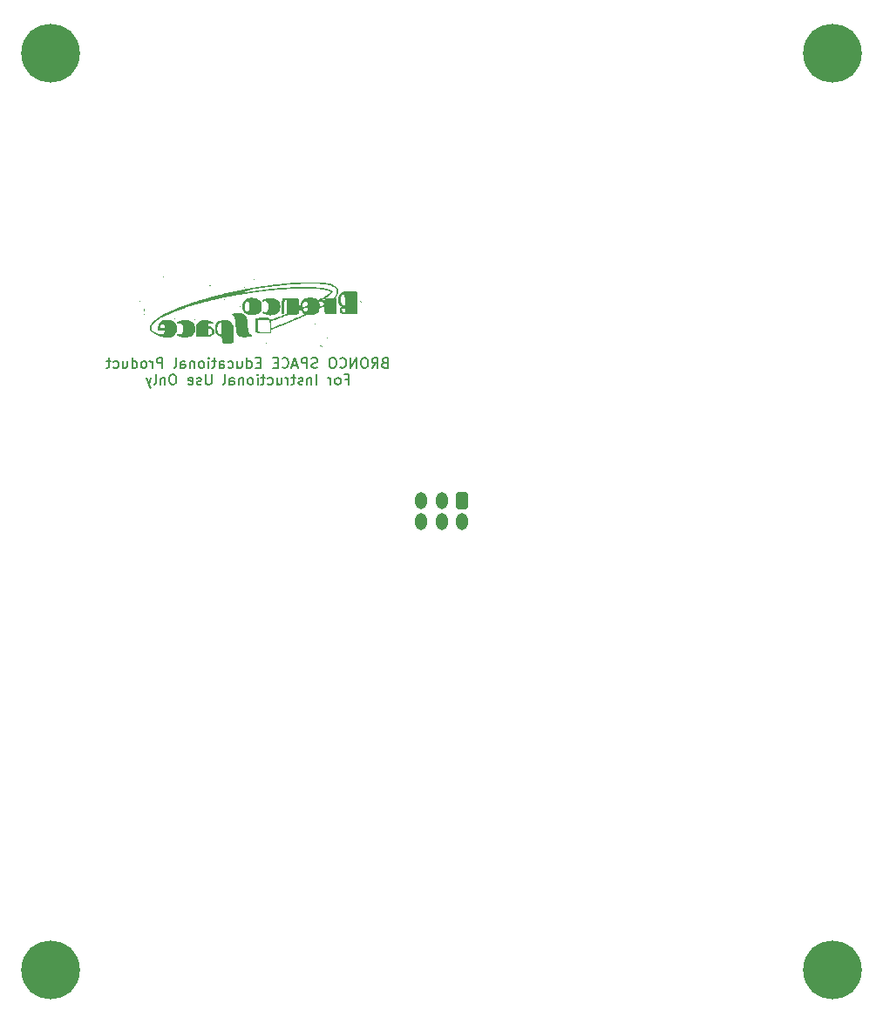
<source format=gbr>
%TF.GenerationSoftware,KiCad,Pcbnew,9.0.3*%
%TF.CreationDate,2025-07-30T14:55:58-07:00*%
%TF.ProjectId,xy_faces_v2a,78795f66-6163-4657-935f-7632612e6b69,3.0*%
%TF.SameCoordinates,Original*%
%TF.FileFunction,Soldermask,Bot*%
%TF.FilePolarity,Negative*%
%FSLAX46Y46*%
G04 Gerber Fmt 4.6, Leading zero omitted, Abs format (unit mm)*
G04 Created by KiCad (PCBNEW 9.0.3) date 2025-07-30 14:55:58*
%MOMM*%
%LPD*%
G01*
G04 APERTURE LIST*
G04 Aperture macros list*
%AMRoundRect*
0 Rectangle with rounded corners*
0 $1 Rounding radius*
0 $2 $3 $4 $5 $6 $7 $8 $9 X,Y pos of 4 corners*
0 Add a 4 corners polygon primitive as box body*
4,1,4,$2,$3,$4,$5,$6,$7,$8,$9,$2,$3,0*
0 Add four circle primitives for the rounded corners*
1,1,$1+$1,$2,$3*
1,1,$1+$1,$4,$5*
1,1,$1+$1,$6,$7*
1,1,$1+$1,$8,$9*
0 Add four rect primitives between the rounded corners*
20,1,$1+$1,$2,$3,$4,$5,0*
20,1,$1+$1,$4,$5,$6,$7,0*
20,1,$1+$1,$6,$7,$8,$9,0*
20,1,$1+$1,$8,$9,$2,$3,0*%
G04 Aperture macros list end*
%ADD10C,0.150000*%
%ADD11C,0.000000*%
%ADD12C,5.700000*%
%ADD13RoundRect,0.250000X0.350000X0.575000X-0.350000X0.575000X-0.350000X-0.575000X0.350000X-0.575000X0*%
%ADD14O,1.200000X1.650000*%
G04 APERTURE END LIST*
D10*
X138961906Y-100326037D02*
X138819049Y-100373656D01*
X138819049Y-100373656D02*
X138771430Y-100421275D01*
X138771430Y-100421275D02*
X138723811Y-100516513D01*
X138723811Y-100516513D02*
X138723811Y-100659370D01*
X138723811Y-100659370D02*
X138771430Y-100754608D01*
X138771430Y-100754608D02*
X138819049Y-100802228D01*
X138819049Y-100802228D02*
X138914287Y-100849847D01*
X138914287Y-100849847D02*
X139295239Y-100849847D01*
X139295239Y-100849847D02*
X139295239Y-99849847D01*
X139295239Y-99849847D02*
X138961906Y-99849847D01*
X138961906Y-99849847D02*
X138866668Y-99897466D01*
X138866668Y-99897466D02*
X138819049Y-99945085D01*
X138819049Y-99945085D02*
X138771430Y-100040323D01*
X138771430Y-100040323D02*
X138771430Y-100135561D01*
X138771430Y-100135561D02*
X138819049Y-100230799D01*
X138819049Y-100230799D02*
X138866668Y-100278418D01*
X138866668Y-100278418D02*
X138961906Y-100326037D01*
X138961906Y-100326037D02*
X139295239Y-100326037D01*
X137723811Y-100849847D02*
X138057144Y-100373656D01*
X138295239Y-100849847D02*
X138295239Y-99849847D01*
X138295239Y-99849847D02*
X137914287Y-99849847D01*
X137914287Y-99849847D02*
X137819049Y-99897466D01*
X137819049Y-99897466D02*
X137771430Y-99945085D01*
X137771430Y-99945085D02*
X137723811Y-100040323D01*
X137723811Y-100040323D02*
X137723811Y-100183180D01*
X137723811Y-100183180D02*
X137771430Y-100278418D01*
X137771430Y-100278418D02*
X137819049Y-100326037D01*
X137819049Y-100326037D02*
X137914287Y-100373656D01*
X137914287Y-100373656D02*
X138295239Y-100373656D01*
X137104763Y-99849847D02*
X136914287Y-99849847D01*
X136914287Y-99849847D02*
X136819049Y-99897466D01*
X136819049Y-99897466D02*
X136723811Y-99992704D01*
X136723811Y-99992704D02*
X136676192Y-100183180D01*
X136676192Y-100183180D02*
X136676192Y-100516513D01*
X136676192Y-100516513D02*
X136723811Y-100706989D01*
X136723811Y-100706989D02*
X136819049Y-100802228D01*
X136819049Y-100802228D02*
X136914287Y-100849847D01*
X136914287Y-100849847D02*
X137104763Y-100849847D01*
X137104763Y-100849847D02*
X137200001Y-100802228D01*
X137200001Y-100802228D02*
X137295239Y-100706989D01*
X137295239Y-100706989D02*
X137342858Y-100516513D01*
X137342858Y-100516513D02*
X137342858Y-100183180D01*
X137342858Y-100183180D02*
X137295239Y-99992704D01*
X137295239Y-99992704D02*
X137200001Y-99897466D01*
X137200001Y-99897466D02*
X137104763Y-99849847D01*
X136247620Y-100849847D02*
X136247620Y-99849847D01*
X136247620Y-99849847D02*
X135676192Y-100849847D01*
X135676192Y-100849847D02*
X135676192Y-99849847D01*
X134628573Y-100754608D02*
X134676192Y-100802228D01*
X134676192Y-100802228D02*
X134819049Y-100849847D01*
X134819049Y-100849847D02*
X134914287Y-100849847D01*
X134914287Y-100849847D02*
X135057144Y-100802228D01*
X135057144Y-100802228D02*
X135152382Y-100706989D01*
X135152382Y-100706989D02*
X135200001Y-100611751D01*
X135200001Y-100611751D02*
X135247620Y-100421275D01*
X135247620Y-100421275D02*
X135247620Y-100278418D01*
X135247620Y-100278418D02*
X135200001Y-100087942D01*
X135200001Y-100087942D02*
X135152382Y-99992704D01*
X135152382Y-99992704D02*
X135057144Y-99897466D01*
X135057144Y-99897466D02*
X134914287Y-99849847D01*
X134914287Y-99849847D02*
X134819049Y-99849847D01*
X134819049Y-99849847D02*
X134676192Y-99897466D01*
X134676192Y-99897466D02*
X134628573Y-99945085D01*
X134009525Y-99849847D02*
X133819049Y-99849847D01*
X133819049Y-99849847D02*
X133723811Y-99897466D01*
X133723811Y-99897466D02*
X133628573Y-99992704D01*
X133628573Y-99992704D02*
X133580954Y-100183180D01*
X133580954Y-100183180D02*
X133580954Y-100516513D01*
X133580954Y-100516513D02*
X133628573Y-100706989D01*
X133628573Y-100706989D02*
X133723811Y-100802228D01*
X133723811Y-100802228D02*
X133819049Y-100849847D01*
X133819049Y-100849847D02*
X134009525Y-100849847D01*
X134009525Y-100849847D02*
X134104763Y-100802228D01*
X134104763Y-100802228D02*
X134200001Y-100706989D01*
X134200001Y-100706989D02*
X134247620Y-100516513D01*
X134247620Y-100516513D02*
X134247620Y-100183180D01*
X134247620Y-100183180D02*
X134200001Y-99992704D01*
X134200001Y-99992704D02*
X134104763Y-99897466D01*
X134104763Y-99897466D02*
X134009525Y-99849847D01*
X132438096Y-100802228D02*
X132295239Y-100849847D01*
X132295239Y-100849847D02*
X132057144Y-100849847D01*
X132057144Y-100849847D02*
X131961906Y-100802228D01*
X131961906Y-100802228D02*
X131914287Y-100754608D01*
X131914287Y-100754608D02*
X131866668Y-100659370D01*
X131866668Y-100659370D02*
X131866668Y-100564132D01*
X131866668Y-100564132D02*
X131914287Y-100468894D01*
X131914287Y-100468894D02*
X131961906Y-100421275D01*
X131961906Y-100421275D02*
X132057144Y-100373656D01*
X132057144Y-100373656D02*
X132247620Y-100326037D01*
X132247620Y-100326037D02*
X132342858Y-100278418D01*
X132342858Y-100278418D02*
X132390477Y-100230799D01*
X132390477Y-100230799D02*
X132438096Y-100135561D01*
X132438096Y-100135561D02*
X132438096Y-100040323D01*
X132438096Y-100040323D02*
X132390477Y-99945085D01*
X132390477Y-99945085D02*
X132342858Y-99897466D01*
X132342858Y-99897466D02*
X132247620Y-99849847D01*
X132247620Y-99849847D02*
X132009525Y-99849847D01*
X132009525Y-99849847D02*
X131866668Y-99897466D01*
X131438096Y-100849847D02*
X131438096Y-99849847D01*
X131438096Y-99849847D02*
X131057144Y-99849847D01*
X131057144Y-99849847D02*
X130961906Y-99897466D01*
X130961906Y-99897466D02*
X130914287Y-99945085D01*
X130914287Y-99945085D02*
X130866668Y-100040323D01*
X130866668Y-100040323D02*
X130866668Y-100183180D01*
X130866668Y-100183180D02*
X130914287Y-100278418D01*
X130914287Y-100278418D02*
X130961906Y-100326037D01*
X130961906Y-100326037D02*
X131057144Y-100373656D01*
X131057144Y-100373656D02*
X131438096Y-100373656D01*
X130485715Y-100564132D02*
X130009525Y-100564132D01*
X130580953Y-100849847D02*
X130247620Y-99849847D01*
X130247620Y-99849847D02*
X129914287Y-100849847D01*
X129009525Y-100754608D02*
X129057144Y-100802228D01*
X129057144Y-100802228D02*
X129200001Y-100849847D01*
X129200001Y-100849847D02*
X129295239Y-100849847D01*
X129295239Y-100849847D02*
X129438096Y-100802228D01*
X129438096Y-100802228D02*
X129533334Y-100706989D01*
X129533334Y-100706989D02*
X129580953Y-100611751D01*
X129580953Y-100611751D02*
X129628572Y-100421275D01*
X129628572Y-100421275D02*
X129628572Y-100278418D01*
X129628572Y-100278418D02*
X129580953Y-100087942D01*
X129580953Y-100087942D02*
X129533334Y-99992704D01*
X129533334Y-99992704D02*
X129438096Y-99897466D01*
X129438096Y-99897466D02*
X129295239Y-99849847D01*
X129295239Y-99849847D02*
X129200001Y-99849847D01*
X129200001Y-99849847D02*
X129057144Y-99897466D01*
X129057144Y-99897466D02*
X129009525Y-99945085D01*
X128580953Y-100326037D02*
X128247620Y-100326037D01*
X128104763Y-100849847D02*
X128580953Y-100849847D01*
X128580953Y-100849847D02*
X128580953Y-99849847D01*
X128580953Y-99849847D02*
X128104763Y-99849847D01*
X126914286Y-100326037D02*
X126580953Y-100326037D01*
X126438096Y-100849847D02*
X126914286Y-100849847D01*
X126914286Y-100849847D02*
X126914286Y-99849847D01*
X126914286Y-99849847D02*
X126438096Y-99849847D01*
X125580953Y-100849847D02*
X125580953Y-99849847D01*
X125580953Y-100802228D02*
X125676191Y-100849847D01*
X125676191Y-100849847D02*
X125866667Y-100849847D01*
X125866667Y-100849847D02*
X125961905Y-100802228D01*
X125961905Y-100802228D02*
X126009524Y-100754608D01*
X126009524Y-100754608D02*
X126057143Y-100659370D01*
X126057143Y-100659370D02*
X126057143Y-100373656D01*
X126057143Y-100373656D02*
X126009524Y-100278418D01*
X126009524Y-100278418D02*
X125961905Y-100230799D01*
X125961905Y-100230799D02*
X125866667Y-100183180D01*
X125866667Y-100183180D02*
X125676191Y-100183180D01*
X125676191Y-100183180D02*
X125580953Y-100230799D01*
X124676191Y-100183180D02*
X124676191Y-100849847D01*
X125104762Y-100183180D02*
X125104762Y-100706989D01*
X125104762Y-100706989D02*
X125057143Y-100802228D01*
X125057143Y-100802228D02*
X124961905Y-100849847D01*
X124961905Y-100849847D02*
X124819048Y-100849847D01*
X124819048Y-100849847D02*
X124723810Y-100802228D01*
X124723810Y-100802228D02*
X124676191Y-100754608D01*
X123771429Y-100802228D02*
X123866667Y-100849847D01*
X123866667Y-100849847D02*
X124057143Y-100849847D01*
X124057143Y-100849847D02*
X124152381Y-100802228D01*
X124152381Y-100802228D02*
X124200000Y-100754608D01*
X124200000Y-100754608D02*
X124247619Y-100659370D01*
X124247619Y-100659370D02*
X124247619Y-100373656D01*
X124247619Y-100373656D02*
X124200000Y-100278418D01*
X124200000Y-100278418D02*
X124152381Y-100230799D01*
X124152381Y-100230799D02*
X124057143Y-100183180D01*
X124057143Y-100183180D02*
X123866667Y-100183180D01*
X123866667Y-100183180D02*
X123771429Y-100230799D01*
X122914286Y-100849847D02*
X122914286Y-100326037D01*
X122914286Y-100326037D02*
X122961905Y-100230799D01*
X122961905Y-100230799D02*
X123057143Y-100183180D01*
X123057143Y-100183180D02*
X123247619Y-100183180D01*
X123247619Y-100183180D02*
X123342857Y-100230799D01*
X122914286Y-100802228D02*
X123009524Y-100849847D01*
X123009524Y-100849847D02*
X123247619Y-100849847D01*
X123247619Y-100849847D02*
X123342857Y-100802228D01*
X123342857Y-100802228D02*
X123390476Y-100706989D01*
X123390476Y-100706989D02*
X123390476Y-100611751D01*
X123390476Y-100611751D02*
X123342857Y-100516513D01*
X123342857Y-100516513D02*
X123247619Y-100468894D01*
X123247619Y-100468894D02*
X123009524Y-100468894D01*
X123009524Y-100468894D02*
X122914286Y-100421275D01*
X122580952Y-100183180D02*
X122200000Y-100183180D01*
X122438095Y-99849847D02*
X122438095Y-100706989D01*
X122438095Y-100706989D02*
X122390476Y-100802228D01*
X122390476Y-100802228D02*
X122295238Y-100849847D01*
X122295238Y-100849847D02*
X122200000Y-100849847D01*
X121866666Y-100849847D02*
X121866666Y-100183180D01*
X121866666Y-99849847D02*
X121914285Y-99897466D01*
X121914285Y-99897466D02*
X121866666Y-99945085D01*
X121866666Y-99945085D02*
X121819047Y-99897466D01*
X121819047Y-99897466D02*
X121866666Y-99849847D01*
X121866666Y-99849847D02*
X121866666Y-99945085D01*
X121247619Y-100849847D02*
X121342857Y-100802228D01*
X121342857Y-100802228D02*
X121390476Y-100754608D01*
X121390476Y-100754608D02*
X121438095Y-100659370D01*
X121438095Y-100659370D02*
X121438095Y-100373656D01*
X121438095Y-100373656D02*
X121390476Y-100278418D01*
X121390476Y-100278418D02*
X121342857Y-100230799D01*
X121342857Y-100230799D02*
X121247619Y-100183180D01*
X121247619Y-100183180D02*
X121104762Y-100183180D01*
X121104762Y-100183180D02*
X121009524Y-100230799D01*
X121009524Y-100230799D02*
X120961905Y-100278418D01*
X120961905Y-100278418D02*
X120914286Y-100373656D01*
X120914286Y-100373656D02*
X120914286Y-100659370D01*
X120914286Y-100659370D02*
X120961905Y-100754608D01*
X120961905Y-100754608D02*
X121009524Y-100802228D01*
X121009524Y-100802228D02*
X121104762Y-100849847D01*
X121104762Y-100849847D02*
X121247619Y-100849847D01*
X120485714Y-100183180D02*
X120485714Y-100849847D01*
X120485714Y-100278418D02*
X120438095Y-100230799D01*
X120438095Y-100230799D02*
X120342857Y-100183180D01*
X120342857Y-100183180D02*
X120200000Y-100183180D01*
X120200000Y-100183180D02*
X120104762Y-100230799D01*
X120104762Y-100230799D02*
X120057143Y-100326037D01*
X120057143Y-100326037D02*
X120057143Y-100849847D01*
X119152381Y-100849847D02*
X119152381Y-100326037D01*
X119152381Y-100326037D02*
X119200000Y-100230799D01*
X119200000Y-100230799D02*
X119295238Y-100183180D01*
X119295238Y-100183180D02*
X119485714Y-100183180D01*
X119485714Y-100183180D02*
X119580952Y-100230799D01*
X119152381Y-100802228D02*
X119247619Y-100849847D01*
X119247619Y-100849847D02*
X119485714Y-100849847D01*
X119485714Y-100849847D02*
X119580952Y-100802228D01*
X119580952Y-100802228D02*
X119628571Y-100706989D01*
X119628571Y-100706989D02*
X119628571Y-100611751D01*
X119628571Y-100611751D02*
X119580952Y-100516513D01*
X119580952Y-100516513D02*
X119485714Y-100468894D01*
X119485714Y-100468894D02*
X119247619Y-100468894D01*
X119247619Y-100468894D02*
X119152381Y-100421275D01*
X118533333Y-100849847D02*
X118628571Y-100802228D01*
X118628571Y-100802228D02*
X118676190Y-100706989D01*
X118676190Y-100706989D02*
X118676190Y-99849847D01*
X117390475Y-100849847D02*
X117390475Y-99849847D01*
X117390475Y-99849847D02*
X117009523Y-99849847D01*
X117009523Y-99849847D02*
X116914285Y-99897466D01*
X116914285Y-99897466D02*
X116866666Y-99945085D01*
X116866666Y-99945085D02*
X116819047Y-100040323D01*
X116819047Y-100040323D02*
X116819047Y-100183180D01*
X116819047Y-100183180D02*
X116866666Y-100278418D01*
X116866666Y-100278418D02*
X116914285Y-100326037D01*
X116914285Y-100326037D02*
X117009523Y-100373656D01*
X117009523Y-100373656D02*
X117390475Y-100373656D01*
X116390475Y-100849847D02*
X116390475Y-100183180D01*
X116390475Y-100373656D02*
X116342856Y-100278418D01*
X116342856Y-100278418D02*
X116295237Y-100230799D01*
X116295237Y-100230799D02*
X116199999Y-100183180D01*
X116199999Y-100183180D02*
X116104761Y-100183180D01*
X115628570Y-100849847D02*
X115723808Y-100802228D01*
X115723808Y-100802228D02*
X115771427Y-100754608D01*
X115771427Y-100754608D02*
X115819046Y-100659370D01*
X115819046Y-100659370D02*
X115819046Y-100373656D01*
X115819046Y-100373656D02*
X115771427Y-100278418D01*
X115771427Y-100278418D02*
X115723808Y-100230799D01*
X115723808Y-100230799D02*
X115628570Y-100183180D01*
X115628570Y-100183180D02*
X115485713Y-100183180D01*
X115485713Y-100183180D02*
X115390475Y-100230799D01*
X115390475Y-100230799D02*
X115342856Y-100278418D01*
X115342856Y-100278418D02*
X115295237Y-100373656D01*
X115295237Y-100373656D02*
X115295237Y-100659370D01*
X115295237Y-100659370D02*
X115342856Y-100754608D01*
X115342856Y-100754608D02*
X115390475Y-100802228D01*
X115390475Y-100802228D02*
X115485713Y-100849847D01*
X115485713Y-100849847D02*
X115628570Y-100849847D01*
X114438094Y-100849847D02*
X114438094Y-99849847D01*
X114438094Y-100802228D02*
X114533332Y-100849847D01*
X114533332Y-100849847D02*
X114723808Y-100849847D01*
X114723808Y-100849847D02*
X114819046Y-100802228D01*
X114819046Y-100802228D02*
X114866665Y-100754608D01*
X114866665Y-100754608D02*
X114914284Y-100659370D01*
X114914284Y-100659370D02*
X114914284Y-100373656D01*
X114914284Y-100373656D02*
X114866665Y-100278418D01*
X114866665Y-100278418D02*
X114819046Y-100230799D01*
X114819046Y-100230799D02*
X114723808Y-100183180D01*
X114723808Y-100183180D02*
X114533332Y-100183180D01*
X114533332Y-100183180D02*
X114438094Y-100230799D01*
X113533332Y-100183180D02*
X113533332Y-100849847D01*
X113961903Y-100183180D02*
X113961903Y-100706989D01*
X113961903Y-100706989D02*
X113914284Y-100802228D01*
X113914284Y-100802228D02*
X113819046Y-100849847D01*
X113819046Y-100849847D02*
X113676189Y-100849847D01*
X113676189Y-100849847D02*
X113580951Y-100802228D01*
X113580951Y-100802228D02*
X113533332Y-100754608D01*
X112628570Y-100802228D02*
X112723808Y-100849847D01*
X112723808Y-100849847D02*
X112914284Y-100849847D01*
X112914284Y-100849847D02*
X113009522Y-100802228D01*
X113009522Y-100802228D02*
X113057141Y-100754608D01*
X113057141Y-100754608D02*
X113104760Y-100659370D01*
X113104760Y-100659370D02*
X113104760Y-100373656D01*
X113104760Y-100373656D02*
X113057141Y-100278418D01*
X113057141Y-100278418D02*
X113009522Y-100230799D01*
X113009522Y-100230799D02*
X112914284Y-100183180D01*
X112914284Y-100183180D02*
X112723808Y-100183180D01*
X112723808Y-100183180D02*
X112628570Y-100230799D01*
X112342855Y-100183180D02*
X111961903Y-100183180D01*
X112199998Y-99849847D02*
X112199998Y-100706989D01*
X112199998Y-100706989D02*
X112152379Y-100802228D01*
X112152379Y-100802228D02*
X112057141Y-100849847D01*
X112057141Y-100849847D02*
X111961903Y-100849847D01*
X135152382Y-101935981D02*
X135485715Y-101935981D01*
X135485715Y-102459791D02*
X135485715Y-101459791D01*
X135485715Y-101459791D02*
X135009525Y-101459791D01*
X134485715Y-102459791D02*
X134580953Y-102412172D01*
X134580953Y-102412172D02*
X134628572Y-102364552D01*
X134628572Y-102364552D02*
X134676191Y-102269314D01*
X134676191Y-102269314D02*
X134676191Y-101983600D01*
X134676191Y-101983600D02*
X134628572Y-101888362D01*
X134628572Y-101888362D02*
X134580953Y-101840743D01*
X134580953Y-101840743D02*
X134485715Y-101793124D01*
X134485715Y-101793124D02*
X134342858Y-101793124D01*
X134342858Y-101793124D02*
X134247620Y-101840743D01*
X134247620Y-101840743D02*
X134200001Y-101888362D01*
X134200001Y-101888362D02*
X134152382Y-101983600D01*
X134152382Y-101983600D02*
X134152382Y-102269314D01*
X134152382Y-102269314D02*
X134200001Y-102364552D01*
X134200001Y-102364552D02*
X134247620Y-102412172D01*
X134247620Y-102412172D02*
X134342858Y-102459791D01*
X134342858Y-102459791D02*
X134485715Y-102459791D01*
X133723810Y-102459791D02*
X133723810Y-101793124D01*
X133723810Y-101983600D02*
X133676191Y-101888362D01*
X133676191Y-101888362D02*
X133628572Y-101840743D01*
X133628572Y-101840743D02*
X133533334Y-101793124D01*
X133533334Y-101793124D02*
X133438096Y-101793124D01*
X132342857Y-102459791D02*
X132342857Y-101459791D01*
X131866667Y-101793124D02*
X131866667Y-102459791D01*
X131866667Y-101888362D02*
X131819048Y-101840743D01*
X131819048Y-101840743D02*
X131723810Y-101793124D01*
X131723810Y-101793124D02*
X131580953Y-101793124D01*
X131580953Y-101793124D02*
X131485715Y-101840743D01*
X131485715Y-101840743D02*
X131438096Y-101935981D01*
X131438096Y-101935981D02*
X131438096Y-102459791D01*
X131009524Y-102412172D02*
X130914286Y-102459791D01*
X130914286Y-102459791D02*
X130723810Y-102459791D01*
X130723810Y-102459791D02*
X130628572Y-102412172D01*
X130628572Y-102412172D02*
X130580953Y-102316933D01*
X130580953Y-102316933D02*
X130580953Y-102269314D01*
X130580953Y-102269314D02*
X130628572Y-102174076D01*
X130628572Y-102174076D02*
X130723810Y-102126457D01*
X130723810Y-102126457D02*
X130866667Y-102126457D01*
X130866667Y-102126457D02*
X130961905Y-102078838D01*
X130961905Y-102078838D02*
X131009524Y-101983600D01*
X131009524Y-101983600D02*
X131009524Y-101935981D01*
X131009524Y-101935981D02*
X130961905Y-101840743D01*
X130961905Y-101840743D02*
X130866667Y-101793124D01*
X130866667Y-101793124D02*
X130723810Y-101793124D01*
X130723810Y-101793124D02*
X130628572Y-101840743D01*
X130295238Y-101793124D02*
X129914286Y-101793124D01*
X130152381Y-101459791D02*
X130152381Y-102316933D01*
X130152381Y-102316933D02*
X130104762Y-102412172D01*
X130104762Y-102412172D02*
X130009524Y-102459791D01*
X130009524Y-102459791D02*
X129914286Y-102459791D01*
X129580952Y-102459791D02*
X129580952Y-101793124D01*
X129580952Y-101983600D02*
X129533333Y-101888362D01*
X129533333Y-101888362D02*
X129485714Y-101840743D01*
X129485714Y-101840743D02*
X129390476Y-101793124D01*
X129390476Y-101793124D02*
X129295238Y-101793124D01*
X128533333Y-101793124D02*
X128533333Y-102459791D01*
X128961904Y-101793124D02*
X128961904Y-102316933D01*
X128961904Y-102316933D02*
X128914285Y-102412172D01*
X128914285Y-102412172D02*
X128819047Y-102459791D01*
X128819047Y-102459791D02*
X128676190Y-102459791D01*
X128676190Y-102459791D02*
X128580952Y-102412172D01*
X128580952Y-102412172D02*
X128533333Y-102364552D01*
X127628571Y-102412172D02*
X127723809Y-102459791D01*
X127723809Y-102459791D02*
X127914285Y-102459791D01*
X127914285Y-102459791D02*
X128009523Y-102412172D01*
X128009523Y-102412172D02*
X128057142Y-102364552D01*
X128057142Y-102364552D02*
X128104761Y-102269314D01*
X128104761Y-102269314D02*
X128104761Y-101983600D01*
X128104761Y-101983600D02*
X128057142Y-101888362D01*
X128057142Y-101888362D02*
X128009523Y-101840743D01*
X128009523Y-101840743D02*
X127914285Y-101793124D01*
X127914285Y-101793124D02*
X127723809Y-101793124D01*
X127723809Y-101793124D02*
X127628571Y-101840743D01*
X127342856Y-101793124D02*
X126961904Y-101793124D01*
X127199999Y-101459791D02*
X127199999Y-102316933D01*
X127199999Y-102316933D02*
X127152380Y-102412172D01*
X127152380Y-102412172D02*
X127057142Y-102459791D01*
X127057142Y-102459791D02*
X126961904Y-102459791D01*
X126628570Y-102459791D02*
X126628570Y-101793124D01*
X126628570Y-101459791D02*
X126676189Y-101507410D01*
X126676189Y-101507410D02*
X126628570Y-101555029D01*
X126628570Y-101555029D02*
X126580951Y-101507410D01*
X126580951Y-101507410D02*
X126628570Y-101459791D01*
X126628570Y-101459791D02*
X126628570Y-101555029D01*
X126009523Y-102459791D02*
X126104761Y-102412172D01*
X126104761Y-102412172D02*
X126152380Y-102364552D01*
X126152380Y-102364552D02*
X126199999Y-102269314D01*
X126199999Y-102269314D02*
X126199999Y-101983600D01*
X126199999Y-101983600D02*
X126152380Y-101888362D01*
X126152380Y-101888362D02*
X126104761Y-101840743D01*
X126104761Y-101840743D02*
X126009523Y-101793124D01*
X126009523Y-101793124D02*
X125866666Y-101793124D01*
X125866666Y-101793124D02*
X125771428Y-101840743D01*
X125771428Y-101840743D02*
X125723809Y-101888362D01*
X125723809Y-101888362D02*
X125676190Y-101983600D01*
X125676190Y-101983600D02*
X125676190Y-102269314D01*
X125676190Y-102269314D02*
X125723809Y-102364552D01*
X125723809Y-102364552D02*
X125771428Y-102412172D01*
X125771428Y-102412172D02*
X125866666Y-102459791D01*
X125866666Y-102459791D02*
X126009523Y-102459791D01*
X125247618Y-101793124D02*
X125247618Y-102459791D01*
X125247618Y-101888362D02*
X125199999Y-101840743D01*
X125199999Y-101840743D02*
X125104761Y-101793124D01*
X125104761Y-101793124D02*
X124961904Y-101793124D01*
X124961904Y-101793124D02*
X124866666Y-101840743D01*
X124866666Y-101840743D02*
X124819047Y-101935981D01*
X124819047Y-101935981D02*
X124819047Y-102459791D01*
X123914285Y-102459791D02*
X123914285Y-101935981D01*
X123914285Y-101935981D02*
X123961904Y-101840743D01*
X123961904Y-101840743D02*
X124057142Y-101793124D01*
X124057142Y-101793124D02*
X124247618Y-101793124D01*
X124247618Y-101793124D02*
X124342856Y-101840743D01*
X123914285Y-102412172D02*
X124009523Y-102459791D01*
X124009523Y-102459791D02*
X124247618Y-102459791D01*
X124247618Y-102459791D02*
X124342856Y-102412172D01*
X124342856Y-102412172D02*
X124390475Y-102316933D01*
X124390475Y-102316933D02*
X124390475Y-102221695D01*
X124390475Y-102221695D02*
X124342856Y-102126457D01*
X124342856Y-102126457D02*
X124247618Y-102078838D01*
X124247618Y-102078838D02*
X124009523Y-102078838D01*
X124009523Y-102078838D02*
X123914285Y-102031219D01*
X123295237Y-102459791D02*
X123390475Y-102412172D01*
X123390475Y-102412172D02*
X123438094Y-102316933D01*
X123438094Y-102316933D02*
X123438094Y-101459791D01*
X122152379Y-101459791D02*
X122152379Y-102269314D01*
X122152379Y-102269314D02*
X122104760Y-102364552D01*
X122104760Y-102364552D02*
X122057141Y-102412172D01*
X122057141Y-102412172D02*
X121961903Y-102459791D01*
X121961903Y-102459791D02*
X121771427Y-102459791D01*
X121771427Y-102459791D02*
X121676189Y-102412172D01*
X121676189Y-102412172D02*
X121628570Y-102364552D01*
X121628570Y-102364552D02*
X121580951Y-102269314D01*
X121580951Y-102269314D02*
X121580951Y-101459791D01*
X121152379Y-102412172D02*
X121057141Y-102459791D01*
X121057141Y-102459791D02*
X120866665Y-102459791D01*
X120866665Y-102459791D02*
X120771427Y-102412172D01*
X120771427Y-102412172D02*
X120723808Y-102316933D01*
X120723808Y-102316933D02*
X120723808Y-102269314D01*
X120723808Y-102269314D02*
X120771427Y-102174076D01*
X120771427Y-102174076D02*
X120866665Y-102126457D01*
X120866665Y-102126457D02*
X121009522Y-102126457D01*
X121009522Y-102126457D02*
X121104760Y-102078838D01*
X121104760Y-102078838D02*
X121152379Y-101983600D01*
X121152379Y-101983600D02*
X121152379Y-101935981D01*
X121152379Y-101935981D02*
X121104760Y-101840743D01*
X121104760Y-101840743D02*
X121009522Y-101793124D01*
X121009522Y-101793124D02*
X120866665Y-101793124D01*
X120866665Y-101793124D02*
X120771427Y-101840743D01*
X119914284Y-102412172D02*
X120009522Y-102459791D01*
X120009522Y-102459791D02*
X120199998Y-102459791D01*
X120199998Y-102459791D02*
X120295236Y-102412172D01*
X120295236Y-102412172D02*
X120342855Y-102316933D01*
X120342855Y-102316933D02*
X120342855Y-101935981D01*
X120342855Y-101935981D02*
X120295236Y-101840743D01*
X120295236Y-101840743D02*
X120199998Y-101793124D01*
X120199998Y-101793124D02*
X120009522Y-101793124D01*
X120009522Y-101793124D02*
X119914284Y-101840743D01*
X119914284Y-101840743D02*
X119866665Y-101935981D01*
X119866665Y-101935981D02*
X119866665Y-102031219D01*
X119866665Y-102031219D02*
X120342855Y-102126457D01*
X118485712Y-101459791D02*
X118295236Y-101459791D01*
X118295236Y-101459791D02*
X118199998Y-101507410D01*
X118199998Y-101507410D02*
X118104760Y-101602648D01*
X118104760Y-101602648D02*
X118057141Y-101793124D01*
X118057141Y-101793124D02*
X118057141Y-102126457D01*
X118057141Y-102126457D02*
X118104760Y-102316933D01*
X118104760Y-102316933D02*
X118199998Y-102412172D01*
X118199998Y-102412172D02*
X118295236Y-102459791D01*
X118295236Y-102459791D02*
X118485712Y-102459791D01*
X118485712Y-102459791D02*
X118580950Y-102412172D01*
X118580950Y-102412172D02*
X118676188Y-102316933D01*
X118676188Y-102316933D02*
X118723807Y-102126457D01*
X118723807Y-102126457D02*
X118723807Y-101793124D01*
X118723807Y-101793124D02*
X118676188Y-101602648D01*
X118676188Y-101602648D02*
X118580950Y-101507410D01*
X118580950Y-101507410D02*
X118485712Y-101459791D01*
X117628569Y-101793124D02*
X117628569Y-102459791D01*
X117628569Y-101888362D02*
X117580950Y-101840743D01*
X117580950Y-101840743D02*
X117485712Y-101793124D01*
X117485712Y-101793124D02*
X117342855Y-101793124D01*
X117342855Y-101793124D02*
X117247617Y-101840743D01*
X117247617Y-101840743D02*
X117199998Y-101935981D01*
X117199998Y-101935981D02*
X117199998Y-102459791D01*
X116580950Y-102459791D02*
X116676188Y-102412172D01*
X116676188Y-102412172D02*
X116723807Y-102316933D01*
X116723807Y-102316933D02*
X116723807Y-101459791D01*
X116295235Y-101793124D02*
X116057140Y-102459791D01*
X115819045Y-101793124D02*
X116057140Y-102459791D01*
X116057140Y-102459791D02*
X116152378Y-102697886D01*
X116152378Y-102697886D02*
X116199997Y-102745505D01*
X116199997Y-102745505D02*
X116295235Y-102793124D01*
D11*
%TO.C,G\u002A\u002A\u002A*%
G36*
X115204737Y-94363947D02*
G01*
X115193596Y-94375088D01*
X115182456Y-94363947D01*
X115193596Y-94352807D01*
X115204737Y-94363947D01*
G37*
G36*
X122579649Y-93272193D02*
G01*
X122568509Y-93283333D01*
X122557368Y-93272193D01*
X122568509Y-93261053D01*
X122579649Y-93272193D01*
G37*
G36*
X123894210Y-94497632D02*
G01*
X123883070Y-94508772D01*
X123871930Y-94497632D01*
X123883070Y-94486491D01*
X123894210Y-94497632D01*
G37*
G36*
X124072456Y-92447807D02*
G01*
X124061316Y-92458947D01*
X124050175Y-92447807D01*
X124061316Y-92436667D01*
X124072456Y-92447807D01*
G37*
G36*
X126322807Y-96012719D02*
G01*
X126311666Y-96023860D01*
X126300526Y-96012719D01*
X126311666Y-96001579D01*
X126322807Y-96012719D01*
G37*
G36*
X127214035Y-98708684D02*
G01*
X127202895Y-98719825D01*
X127191754Y-98708684D01*
X127202895Y-98697544D01*
X127214035Y-98708684D01*
G37*
G36*
X127525965Y-98641842D02*
G01*
X127514824Y-98652982D01*
X127503684Y-98641842D01*
X127514824Y-98630702D01*
X127525965Y-98641842D01*
G37*
G36*
X127726491Y-97817456D02*
G01*
X127715351Y-97828596D01*
X127704210Y-97817456D01*
X127715351Y-97806316D01*
X127726491Y-97817456D01*
G37*
G36*
X127771052Y-98686403D02*
G01*
X127759912Y-98697544D01*
X127748772Y-98686403D01*
X127759912Y-98675263D01*
X127771052Y-98686403D01*
G37*
G36*
X130288772Y-98641842D02*
G01*
X130277631Y-98652982D01*
X130266491Y-98641842D01*
X130277631Y-98630702D01*
X130288772Y-98641842D01*
G37*
G36*
X134254737Y-93428158D02*
G01*
X134243596Y-93439298D01*
X134232456Y-93428158D01*
X134243596Y-93417018D01*
X134254737Y-93428158D01*
G37*
G36*
X135324210Y-97928860D02*
G01*
X135313070Y-97940000D01*
X135301930Y-97928860D01*
X135313070Y-97917719D01*
X135324210Y-97928860D01*
G37*
G36*
X136594210Y-91935351D02*
G01*
X136583070Y-91946491D01*
X136571930Y-91935351D01*
X136583070Y-91924211D01*
X136594210Y-91935351D01*
G37*
G36*
X136616491Y-92069035D02*
G01*
X136605351Y-92080175D01*
X136594210Y-92069035D01*
X136605351Y-92057895D01*
X136616491Y-92069035D01*
G37*
G36*
X115175029Y-93402164D02*
G01*
X115178515Y-93408865D01*
X115160175Y-93417018D01*
X115148380Y-93415410D01*
X115145321Y-93402164D01*
X115148587Y-93399497D01*
X115175029Y-93402164D01*
G37*
G36*
X123062397Y-95117778D02*
G01*
X123065883Y-95124479D01*
X123047544Y-95132632D01*
X123035748Y-95131024D01*
X123032690Y-95117778D01*
X123035956Y-95115111D01*
X123062397Y-95117778D01*
G37*
G36*
X126237862Y-95964078D02*
G01*
X126248175Y-95972098D01*
X126224400Y-95977539D01*
X126201802Y-95975964D01*
X126195157Y-95965837D01*
X126203040Y-95961422D01*
X126237862Y-95964078D01*
G37*
G36*
X126835263Y-97137895D02*
G01*
X126833655Y-97149690D01*
X126820409Y-97152749D01*
X126817743Y-97149483D01*
X126820409Y-97123041D01*
X126827111Y-97119555D01*
X126835263Y-97137895D01*
G37*
G36*
X126916959Y-96320936D02*
G01*
X126920445Y-96327637D01*
X126902105Y-96335789D01*
X126890310Y-96334181D01*
X126887251Y-96320936D01*
X126890517Y-96318269D01*
X126916959Y-96320936D01*
G37*
G36*
X127251169Y-95674795D02*
G01*
X127254655Y-95681497D01*
X127236316Y-95689649D01*
X127224520Y-95688041D01*
X127221462Y-95674795D01*
X127224727Y-95672129D01*
X127251169Y-95674795D01*
G37*
G36*
X127842072Y-98860569D02*
G01*
X127852385Y-98868589D01*
X127828611Y-98874030D01*
X127806012Y-98872455D01*
X127799368Y-98862328D01*
X127807250Y-98857913D01*
X127842072Y-98860569D01*
G37*
G36*
X132223675Y-96558596D02*
G01*
X132220569Y-96589246D01*
X132212437Y-96586447D01*
X132209494Y-96576362D01*
X132212437Y-96530746D01*
X132220173Y-96526966D01*
X132223675Y-96558596D01*
G37*
G36*
X132294035Y-98764386D02*
G01*
X132292427Y-98776181D01*
X132279181Y-98779240D01*
X132276515Y-98775974D01*
X132279181Y-98749532D01*
X132285883Y-98746046D01*
X132294035Y-98764386D01*
G37*
G36*
X132761930Y-98452456D02*
G01*
X132760322Y-98464251D01*
X132747076Y-98467310D01*
X132744409Y-98464044D01*
X132747076Y-98437602D01*
X132753777Y-98434117D01*
X132761930Y-98452456D01*
G37*
G36*
X132932748Y-97858304D02*
G01*
X132936234Y-97865006D01*
X132917895Y-97873158D01*
X132906099Y-97871550D01*
X132903041Y-97858304D01*
X132906306Y-97855638D01*
X132932748Y-97858304D01*
G37*
G36*
X116176075Y-94639014D02*
G01*
X116169197Y-94648911D01*
X116150352Y-94664737D01*
X116147237Y-94664520D01*
X116142330Y-94651622D01*
X116166249Y-94629188D01*
X116178701Y-94623767D01*
X116176075Y-94639014D01*
G37*
G36*
X123608903Y-95404585D02*
G01*
X123626842Y-95435278D01*
X123623112Y-95452039D01*
X123600384Y-95461736D01*
X123571055Y-95439712D01*
X123567165Y-95412988D01*
X123591564Y-95400000D01*
X123608903Y-95404585D01*
G37*
G36*
X127347719Y-98529124D02*
G01*
X127347283Y-98540373D01*
X127336758Y-98562875D01*
X127315250Y-98543118D01*
X127312222Y-98535085D01*
X127325075Y-98508382D01*
X127336757Y-98506176D01*
X127347719Y-98529124D01*
G37*
G36*
X128342408Y-93628290D02*
G01*
X128360059Y-93655574D01*
X128361645Y-93659801D01*
X128366320Y-93682127D01*
X128347586Y-93668047D01*
X128334872Y-93651664D01*
X128332373Y-93628095D01*
X128342408Y-93628290D01*
G37*
G36*
X133621968Y-98525243D02*
G01*
X133626064Y-98534049D01*
X133617889Y-98566850D01*
X133603327Y-98583712D01*
X133591056Y-98566940D01*
X133588325Y-98546219D01*
X133599942Y-98521584D01*
X133621968Y-98525243D01*
G37*
G36*
X136629748Y-92186009D02*
G01*
X136597813Y-92221115D01*
X136579617Y-92236140D01*
X136573883Y-92235032D01*
X136579961Y-92217826D01*
X136622061Y-92178322D01*
X136672193Y-92135877D01*
X136629748Y-92186009D01*
G37*
G36*
X115665205Y-95585672D02*
G01*
X115668424Y-95591319D01*
X115662407Y-95621325D01*
X115647997Y-95636765D01*
X115619808Y-95643738D01*
X115605789Y-95624122D01*
X115612511Y-95605232D01*
X115639145Y-95583993D01*
X115665205Y-95585672D01*
G37*
G36*
X117504975Y-91969419D02*
G01*
X117521930Y-91991053D01*
X117521282Y-91996378D01*
X117499649Y-92013333D01*
X117494323Y-92012686D01*
X117477368Y-91991053D01*
X117478016Y-91985727D01*
X117499649Y-91968772D01*
X117504975Y-91969419D01*
G37*
G36*
X119644446Y-91927615D02*
G01*
X119649737Y-91946491D01*
X119645170Y-91953232D01*
X119627456Y-91968772D01*
X119624233Y-91967723D01*
X119605175Y-91946491D01*
X119603391Y-91934691D01*
X119627456Y-91924211D01*
X119644446Y-91927615D01*
G37*
G36*
X120224184Y-95155550D02*
G01*
X120240175Y-95177193D01*
X120235924Y-95187841D01*
X120205439Y-95199474D01*
X120189525Y-95196267D01*
X120184474Y-95177193D01*
X120189034Y-95171108D01*
X120219210Y-95154912D01*
X120224184Y-95155550D01*
G37*
G36*
X120538614Y-96116685D02*
G01*
X120564108Y-96138314D01*
X120558926Y-96165576D01*
X120537011Y-96178316D01*
X120501878Y-96174430D01*
X120485263Y-96146403D01*
X120488978Y-96130846D01*
X120517369Y-96112982D01*
X120538614Y-96116685D01*
G37*
G36*
X122040684Y-92823943D02*
G01*
X122059037Y-92844029D01*
X122057036Y-92857417D01*
X122016265Y-92860000D01*
X121971618Y-92852231D01*
X121956103Y-92830661D01*
X121980208Y-92802977D01*
X122003175Y-92801440D01*
X122040684Y-92823943D01*
G37*
G36*
X122503926Y-93284359D02*
G01*
X122523947Y-93305614D01*
X122527429Y-93314245D01*
X122514122Y-93327895D01*
X122507654Y-93327039D01*
X122490526Y-93305614D01*
X122490782Y-93300572D01*
X122500352Y-93283333D01*
X122503926Y-93284359D01*
G37*
G36*
X123408269Y-94177075D02*
G01*
X123426316Y-94196842D01*
X123422545Y-94207092D01*
X123392895Y-94219123D01*
X123377520Y-94216609D01*
X123359474Y-94196842D01*
X123363244Y-94186592D01*
X123392895Y-94174561D01*
X123408269Y-94177075D01*
G37*
G36*
X123576445Y-94292861D02*
G01*
X123593465Y-94310489D01*
X123601595Y-94327328D01*
X123577230Y-94330526D01*
X123545207Y-94322159D01*
X123520432Y-94296698D01*
X123524878Y-94269098D01*
X123542701Y-94269038D01*
X123576445Y-94292861D01*
G37*
G36*
X124173170Y-94628406D02*
G01*
X124190131Y-94639235D01*
X124195097Y-94664579D01*
X124192528Y-94668417D01*
X124159627Y-94686021D01*
X124127242Y-94663254D01*
X124120013Y-94645061D01*
X124132784Y-94624006D01*
X124173170Y-94628406D01*
G37*
G36*
X124967918Y-94845496D02*
G01*
X124985965Y-94865263D01*
X124982194Y-94875513D01*
X124952544Y-94887544D01*
X124937169Y-94885030D01*
X124919123Y-94865263D01*
X124922893Y-94855013D01*
X124952544Y-94842982D01*
X124967918Y-94845496D01*
G37*
G36*
X125135833Y-95281122D02*
G01*
X125162421Y-95333158D01*
X125177374Y-95365511D01*
X125177334Y-95373001D01*
X125154299Y-95345610D01*
X125132386Y-95313328D01*
X125119649Y-95280625D01*
X125122649Y-95266634D01*
X125135833Y-95281122D01*
G37*
G36*
X125373022Y-92998321D02*
G01*
X125395789Y-93028967D01*
X125399631Y-93048464D01*
X125382855Y-93055425D01*
X125380932Y-93054735D01*
X125354996Y-93033414D01*
X125345903Y-93006766D01*
X125360496Y-92993684D01*
X125373022Y-92998321D01*
G37*
G36*
X127490962Y-98430383D02*
G01*
X127503684Y-98466503D01*
X127503318Y-98477192D01*
X127494879Y-98487299D01*
X127467611Y-98464127D01*
X127447688Y-98438695D01*
X127443847Y-98415743D01*
X127463991Y-98410622D01*
X127490962Y-98430383D01*
G37*
G36*
X127477735Y-96425580D02*
G01*
X127459123Y-96458333D01*
X127440253Y-96476396D01*
X127419352Y-96481691D01*
X127418230Y-96468806D01*
X127436842Y-96436053D01*
X127455711Y-96417990D01*
X127476613Y-96412695D01*
X127477735Y-96425580D01*
G37*
G36*
X128053448Y-93361423D02*
G01*
X128077423Y-93389167D01*
X128074235Y-93406373D01*
X128040278Y-93417018D01*
X128012602Y-93410888D01*
X127993859Y-93381963D01*
X127996109Y-93370383D01*
X128019757Y-93354594D01*
X128053448Y-93361423D01*
G37*
G36*
X129113220Y-96938016D02*
G01*
X129130175Y-96959649D01*
X129129528Y-96964975D01*
X129107895Y-96981930D01*
X129102569Y-96981282D01*
X129085614Y-96959649D01*
X129086261Y-96954323D01*
X129107895Y-96937368D01*
X129113220Y-96938016D01*
G37*
G36*
X130729394Y-93280923D02*
G01*
X130752396Y-93303943D01*
X130750975Y-93316589D01*
X130723245Y-93327895D01*
X130704850Y-93324259D01*
X130694095Y-93303943D01*
X130697121Y-93297337D01*
X130723245Y-93279991D01*
X130729394Y-93280923D01*
G37*
G36*
X130988681Y-97001766D02*
G01*
X131001754Y-97040261D01*
X130998751Y-97055111D01*
X130979474Y-97059912D01*
X130970266Y-97051216D01*
X130957193Y-97012721D01*
X130960196Y-96997871D01*
X130979474Y-96993070D01*
X130988681Y-97001766D01*
G37*
G36*
X131363571Y-98787314D02*
G01*
X131380526Y-98808947D01*
X131379879Y-98814273D01*
X131358245Y-98831228D01*
X131352920Y-98830581D01*
X131335965Y-98808947D01*
X131336612Y-98803622D01*
X131358245Y-98786667D01*
X131363571Y-98787314D01*
G37*
G36*
X131452521Y-93217347D02*
G01*
X131469649Y-93238772D01*
X131469394Y-93243814D01*
X131459824Y-93261053D01*
X131456250Y-93260027D01*
X131436228Y-93238772D01*
X131432746Y-93230141D01*
X131446053Y-93216491D01*
X131452521Y-93217347D01*
G37*
G36*
X132662662Y-97177418D02*
G01*
X132689517Y-97199167D01*
X132679319Y-97219661D01*
X132628245Y-97227018D01*
X132578568Y-97220295D01*
X132566974Y-97199167D01*
X132584147Y-97181819D01*
X132628245Y-97171316D01*
X132662662Y-97177418D01*
G37*
G36*
X132645534Y-93637415D02*
G01*
X132668536Y-93660434D01*
X132667116Y-93673081D01*
X132639386Y-93684386D01*
X132620991Y-93680751D01*
X132610235Y-93660434D01*
X132613261Y-93653828D01*
X132639386Y-93636482D01*
X132645534Y-93637415D01*
G37*
G36*
X133146551Y-98032527D02*
G01*
X133151842Y-98051403D01*
X133147275Y-98058144D01*
X133129561Y-98073684D01*
X133126338Y-98072636D01*
X133107281Y-98051403D01*
X133105496Y-98039603D01*
X133129561Y-98029123D01*
X133146551Y-98032527D01*
G37*
G36*
X133419083Y-97900775D02*
G01*
X133452631Y-97928860D01*
X133464879Y-97948864D01*
X133458088Y-97962281D01*
X133441619Y-97956945D01*
X133408070Y-97928860D01*
X133395822Y-97908855D01*
X133402614Y-97895439D01*
X133419083Y-97900775D01*
G37*
G36*
X133541754Y-98673948D02*
G01*
X133540898Y-98680415D01*
X133519474Y-98697544D01*
X133514431Y-98697288D01*
X133497193Y-98687718D01*
X133498218Y-98684144D01*
X133519474Y-98664123D01*
X133528104Y-98660641D01*
X133541754Y-98673948D01*
G37*
G36*
X134210175Y-93316754D02*
G01*
X134220761Y-93327915D01*
X134232115Y-93368201D01*
X134232039Y-93373268D01*
X134227479Y-93393336D01*
X134210175Y-93372456D01*
X134193764Y-93341524D01*
X134190493Y-93314956D01*
X134210175Y-93316754D01*
G37*
G36*
X134347479Y-91928388D02*
G01*
X134366140Y-91946491D01*
X134357784Y-91959441D01*
X134321579Y-91968772D01*
X134295679Y-91964594D01*
X134277017Y-91946491D01*
X134285373Y-91933541D01*
X134321579Y-91924211D01*
X134347479Y-91928388D01*
G37*
G36*
X134556814Y-95490125D02*
G01*
X134577807Y-95511403D01*
X134581957Y-95519292D01*
X134580437Y-95533684D01*
X134576519Y-95532682D01*
X134555526Y-95511403D01*
X134551376Y-95503515D01*
X134552896Y-95489123D01*
X134556814Y-95490125D01*
G37*
G36*
X118587545Y-96026718D02*
G01*
X118613238Y-96044918D01*
X118598830Y-96075848D01*
X118595948Y-96078472D01*
X118558524Y-96091058D01*
X118519995Y-96082589D01*
X118502281Y-96057281D01*
X118513183Y-96035481D01*
X118557982Y-96023860D01*
X118587545Y-96026718D01*
G37*
G36*
X127191754Y-92191579D02*
G01*
X127201538Y-92211026D01*
X127213694Y-92265306D01*
X127209868Y-92285847D01*
X127191754Y-92291842D01*
X127177037Y-92267450D01*
X127169815Y-92218115D01*
X127170279Y-92199495D01*
X127176226Y-92176243D01*
X127191754Y-92191579D01*
G37*
G36*
X131090877Y-92169298D02*
G01*
X131101684Y-92188187D01*
X131112817Y-92219430D01*
X131112274Y-92223346D01*
X131090877Y-92236140D01*
X131077058Y-92225128D01*
X131068938Y-92186009D01*
X131069185Y-92173930D01*
X131074624Y-92151800D01*
X131090877Y-92169298D01*
G37*
G36*
X132779927Y-97924325D02*
G01*
X132761930Y-97951140D01*
X132738509Y-97969667D01*
X132686789Y-97984424D01*
X132662333Y-97982775D01*
X132663859Y-97973461D01*
X132703205Y-97951003D01*
X132721679Y-97941513D01*
X132767611Y-97921118D01*
X132779927Y-97924325D01*
G37*
G36*
X133037997Y-97899030D02*
G01*
X133050013Y-97961662D01*
X133049847Y-97968033D01*
X133036812Y-97973829D01*
X133001447Y-97944218D01*
X132977232Y-97918104D01*
X132966148Y-97892344D01*
X132984731Y-97873240D01*
X133012440Y-97869024D01*
X133037997Y-97899030D01*
G37*
G36*
X135670108Y-92308547D02*
G01*
X135678903Y-92331410D01*
X135652851Y-92355068D01*
X135641937Y-92359436D01*
X135619430Y-92368066D01*
X135616863Y-92365093D01*
X135613859Y-92336403D01*
X135617741Y-92320817D01*
X135647281Y-92302982D01*
X135670108Y-92308547D01*
G37*
G36*
X126349303Y-92192555D02*
G01*
X126321168Y-92232766D01*
X126281036Y-92267244D01*
X126247563Y-92281909D01*
X126233684Y-92270709D01*
X126237430Y-92259443D01*
X126262336Y-92227465D01*
X126299082Y-92192988D01*
X126334010Y-92168082D01*
X126353462Y-92164823D01*
X126349303Y-92192555D01*
G37*
G36*
X132594824Y-97850877D02*
G01*
X132612412Y-97870509D01*
X132628245Y-97912035D01*
X132628228Y-97914403D01*
X132621274Y-97933589D01*
X132594824Y-97917719D01*
X132577237Y-97898087D01*
X132561403Y-97856561D01*
X132561420Y-97854194D01*
X132568375Y-97835008D01*
X132594824Y-97850877D01*
G37*
G36*
X136640066Y-94357506D02*
G01*
X136686280Y-94388481D01*
X136705614Y-94435246D01*
X136705606Y-94436843D01*
X136699585Y-94460140D01*
X136676300Y-94457533D01*
X136626848Y-94428227D01*
X136621238Y-94424476D01*
X136580306Y-94387870D01*
X136576923Y-94362375D01*
X136612035Y-94352807D01*
X136640066Y-94357506D01*
G37*
G36*
X126021127Y-92039385D02*
G01*
X126033158Y-92069035D01*
X126044670Y-92102906D01*
X126077719Y-92147018D01*
X126107899Y-92183122D01*
X126122281Y-92213860D01*
X126121276Y-92225457D01*
X126106856Y-92235166D01*
X126078135Y-92208398D01*
X126038728Y-92148002D01*
X126013198Y-92102275D01*
X125993109Y-92059491D01*
X125993048Y-92040146D01*
X126010877Y-92035614D01*
X126021127Y-92039385D01*
G37*
G36*
X133262730Y-92227885D02*
G01*
X133278984Y-92236227D01*
X133296666Y-92258020D01*
X133296668Y-92258294D01*
X133300829Y-92291004D01*
X133310592Y-92344759D01*
X133314672Y-92395039D01*
X133299452Y-92414386D01*
X133282758Y-92399772D01*
X133274386Y-92357219D01*
X133269689Y-92313792D01*
X133251590Y-92257458D01*
X133247477Y-92249564D01*
X133240519Y-92224869D01*
X133262730Y-92227885D01*
G37*
G36*
X115636167Y-95090113D02*
G01*
X115641727Y-95136628D01*
X115641962Y-95203458D01*
X115637511Y-95275764D01*
X115629013Y-95338704D01*
X115617104Y-95377437D01*
X115606579Y-95391856D01*
X115585530Y-95399182D01*
X115574334Y-95368799D01*
X115575633Y-95305307D01*
X115579313Y-95271797D01*
X115592012Y-95172050D01*
X115603840Y-95110065D01*
X115616070Y-95080523D01*
X115629972Y-95078105D01*
X115636167Y-95090113D01*
G37*
G36*
X132767949Y-98658953D02*
G01*
X132840628Y-98685267D01*
X132897813Y-98719688D01*
X132917895Y-98763249D01*
X132913565Y-98790237D01*
X132895614Y-98808947D01*
X132890320Y-98808338D01*
X132873333Y-98787712D01*
X132871969Y-98783111D01*
X132845315Y-98758144D01*
X132795351Y-98729472D01*
X132780750Y-98722194D01*
X132735569Y-98694002D01*
X132717368Y-98672724D01*
X132728452Y-98655604D01*
X132767949Y-98658953D01*
G37*
G36*
X119628509Y-96180588D02*
G01*
X119862733Y-96204698D01*
X120063349Y-96257971D01*
X120230326Y-96340389D01*
X120363628Y-96451933D01*
X120463221Y-96592584D01*
X120529074Y-96762321D01*
X120530604Y-96768395D01*
X120542926Y-96849446D01*
X120549324Y-96956838D01*
X120548766Y-97074251D01*
X120548692Y-97076241D01*
X120542240Y-97186555D01*
X120530440Y-97268667D01*
X120509892Y-97338653D01*
X120477196Y-97412588D01*
X120444324Y-97472544D01*
X120389474Y-97555507D01*
X120337089Y-97618794D01*
X120250215Y-97689652D01*
X120120417Y-97764894D01*
X119974561Y-97825160D01*
X119827982Y-97863093D01*
X119743783Y-97876667D01*
X119639984Y-97888538D01*
X119546827Y-97890291D01*
X119446294Y-97881942D01*
X119320370Y-97863505D01*
X119272159Y-97854497D01*
X119160301Y-97825920D01*
X119050009Y-97788777D01*
X118949656Y-97746783D01*
X118867611Y-97703656D01*
X118812245Y-97663112D01*
X118791930Y-97628869D01*
X118793677Y-97612019D01*
X118823100Y-97560704D01*
X118877377Y-97528915D01*
X118941544Y-97526855D01*
X118962790Y-97532133D01*
X119059965Y-97551979D01*
X119129365Y-97554936D01*
X119182723Y-97540198D01*
X119231774Y-97506962D01*
X119310144Y-97422570D01*
X119363033Y-97319168D01*
X119392861Y-97189581D01*
X119402227Y-97026491D01*
X119393497Y-96868618D01*
X119364209Y-96737075D01*
X119311894Y-96632522D01*
X119234098Y-96547976D01*
X119213313Y-96533078D01*
X119148733Y-96504632D01*
X119078491Y-96490626D01*
X119017660Y-96493086D01*
X118981316Y-96514035D01*
X118955088Y-96532996D01*
X118905913Y-96532857D01*
X118852458Y-96511946D01*
X118809529Y-96476589D01*
X118791930Y-96433113D01*
X118806088Y-96402517D01*
X118857090Y-96361440D01*
X118937726Y-96318755D01*
X119040082Y-96277265D01*
X119156247Y-96239774D01*
X119278308Y-96209082D01*
X119398352Y-96187994D01*
X119508466Y-96179312D01*
X119628509Y-96180588D01*
G37*
G36*
X128026496Y-94037345D02*
G01*
X128110986Y-94040161D01*
X128175030Y-94047500D01*
X128230584Y-94061481D01*
X128289607Y-94084222D01*
X128364055Y-94117841D01*
X128392659Y-94131431D01*
X128553703Y-94227596D01*
X128675675Y-94341372D01*
X128761447Y-94477108D01*
X128813892Y-94639149D01*
X128835882Y-94831842D01*
X128836835Y-94904568D01*
X128821032Y-95073953D01*
X128775912Y-95225774D01*
X128697833Y-95374343D01*
X128667495Y-95415704D01*
X128569970Y-95507092D01*
X128441755Y-95588511D01*
X128292492Y-95654425D01*
X128131823Y-95699300D01*
X128084233Y-95708459D01*
X127973191Y-95725227D01*
X127876232Y-95729751D01*
X127774342Y-95722163D01*
X127648509Y-95702590D01*
X127493571Y-95669869D01*
X127354222Y-95629616D01*
X127239950Y-95584887D01*
X127155572Y-95537916D01*
X127105900Y-95490936D01*
X127095752Y-95446182D01*
X127121440Y-95391328D01*
X127164760Y-95362592D01*
X127215542Y-95373490D01*
X127238707Y-95382967D01*
X127301836Y-95395210D01*
X127378245Y-95400000D01*
X127426103Y-95399170D01*
X127482553Y-95390470D01*
X127525650Y-95365353D01*
X127574904Y-95315429D01*
X127638436Y-95226995D01*
X127680117Y-95120477D01*
X127699880Y-94989887D01*
X127699883Y-94826791D01*
X127687837Y-94695987D01*
X127662026Y-94586867D01*
X127618463Y-94497080D01*
X127552674Y-94414079D01*
X127511933Y-94377869D01*
X127461327Y-94357853D01*
X127386647Y-94352807D01*
X127353531Y-94353870D01*
X127281130Y-94362882D01*
X127230711Y-94378087D01*
X127202441Y-94389367D01*
X127170674Y-94381668D01*
X127131049Y-94342420D01*
X127110027Y-94314800D01*
X127096579Y-94275041D01*
X127114295Y-94239270D01*
X127167019Y-94201908D01*
X127258596Y-94157378D01*
X127349783Y-94119373D01*
X127471348Y-94079564D01*
X127595601Y-94054261D01*
X127736324Y-94040905D01*
X127907301Y-94036937D01*
X127909603Y-94036935D01*
X128026496Y-94037345D01*
G37*
G36*
X125264932Y-95600526D02*
G01*
X125282643Y-95609649D01*
X125423375Y-95704448D01*
X125525682Y-95819092D01*
X125588120Y-95952010D01*
X125594567Y-95978109D01*
X125608271Y-96054160D01*
X125621977Y-96152285D01*
X125633505Y-96257807D01*
X125639571Y-96322474D01*
X125666514Y-96596274D01*
X125691691Y-96828359D01*
X125715431Y-97021026D01*
X125738062Y-97176573D01*
X125759911Y-97297299D01*
X125781306Y-97385501D01*
X125802575Y-97443478D01*
X125814440Y-97466269D01*
X125847211Y-97509831D01*
X125894894Y-97540646D01*
X125971886Y-97569423D01*
X125975918Y-97570735D01*
X126045262Y-97595054D01*
X126082365Y-97616278D01*
X126097264Y-97643540D01*
X126100000Y-97685972D01*
X126097946Y-97723845D01*
X126081380Y-97757724D01*
X126038728Y-97773812D01*
X125989472Y-97784840D01*
X125932895Y-97798938D01*
X125912934Y-97803206D01*
X125851482Y-97813406D01*
X125765015Y-97825954D01*
X125665526Y-97839048D01*
X125648638Y-97841158D01*
X125521532Y-97856327D01*
X125426112Y-97865284D01*
X125351204Y-97868029D01*
X125285635Y-97864558D01*
X125218231Y-97854869D01*
X125137816Y-97838962D01*
X125106983Y-97832044D01*
X124927495Y-97769935D01*
X124779666Y-97676746D01*
X124662543Y-97551726D01*
X124575176Y-97394123D01*
X124563339Y-97357122D01*
X124545551Y-97271709D01*
X124529599Y-97161291D01*
X124517392Y-97037632D01*
X124511662Y-96963210D01*
X124494818Y-96747972D01*
X124480435Y-96570824D01*
X124468064Y-96426892D01*
X124457256Y-96311302D01*
X124447561Y-96219184D01*
X124438533Y-96145662D01*
X124429720Y-96085865D01*
X124418983Y-96018036D01*
X124410249Y-95959169D01*
X124406835Y-95930876D01*
X124402894Y-95916797D01*
X124373050Y-95873915D01*
X124323997Y-95823411D01*
X124267859Y-95777044D01*
X124216761Y-95746570D01*
X124180929Y-95726242D01*
X124138655Y-95683080D01*
X124119688Y-95637230D01*
X124131515Y-95601442D01*
X124157700Y-95586827D01*
X124229753Y-95566516D01*
X124334571Y-95549142D01*
X124465069Y-95535567D01*
X124614159Y-95526650D01*
X124774757Y-95523255D01*
X125109426Y-95522544D01*
X125264932Y-95600526D01*
G37*
G36*
X127044316Y-94945898D02*
G01*
X127042076Y-95034296D01*
X127035410Y-95099170D01*
X127021900Y-95153001D01*
X126999128Y-95208269D01*
X126964676Y-95277456D01*
X126923527Y-95351484D01*
X126858303Y-95439927D01*
X126782555Y-95506875D01*
X126701246Y-95560171D01*
X126540756Y-95640313D01*
X126383640Y-95688445D01*
X126292789Y-95700920D01*
X126168625Y-95708404D01*
X126033266Y-95709442D01*
X125900564Y-95704279D01*
X125784377Y-95693160D01*
X125698560Y-95676330D01*
X125550680Y-95618147D01*
X125402073Y-95519765D01*
X125285725Y-95391377D01*
X125202445Y-95234194D01*
X125153046Y-95049428D01*
X125138470Y-94840214D01*
X125364861Y-94840214D01*
X125364869Y-94844634D01*
X125375361Y-95023049D01*
X125405550Y-95162728D01*
X125455276Y-95263182D01*
X125524377Y-95323918D01*
X125607968Y-95352855D01*
X125693245Y-95345505D01*
X125768050Y-95294963D01*
X125832751Y-95201082D01*
X125842319Y-95170231D01*
X125852882Y-95097641D01*
X125860056Y-95001163D01*
X125863521Y-94892741D01*
X125862955Y-94784320D01*
X125858040Y-94687845D01*
X125848455Y-94615261D01*
X125847062Y-94609200D01*
X125817572Y-94533342D01*
X125774062Y-94464866D01*
X125743311Y-94432335D01*
X125693973Y-94404519D01*
X125624554Y-94397864D01*
X125617313Y-94398001D01*
X125540763Y-94410130D01*
X125482441Y-94436855D01*
X125445001Y-94477873D01*
X125401730Y-94569651D01*
X125374353Y-94692709D01*
X125364861Y-94840214D01*
X125138470Y-94840214D01*
X125138336Y-94838293D01*
X125138648Y-94821666D01*
X125159559Y-94627197D01*
X125213117Y-94461892D01*
X125301110Y-94322864D01*
X125425324Y-94207225D01*
X125587544Y-94112089D01*
X125618059Y-94097734D01*
X125678792Y-94070705D01*
X125730969Y-94052465D01*
X125785212Y-94041233D01*
X125852146Y-94035229D01*
X125942393Y-94032671D01*
X126066579Y-94031777D01*
X126158165Y-94031862D01*
X126274819Y-94034626D01*
X126362588Y-94041393D01*
X126431082Y-94053042D01*
X126489912Y-94070452D01*
X126644331Y-94137394D01*
X126781477Y-94228355D01*
X126891980Y-94344377D01*
X126984533Y-94492884D01*
X126991668Y-94506829D01*
X127015733Y-94559331D01*
X127031176Y-94609774D01*
X127039874Y-94669809D01*
X127043705Y-94751088D01*
X127044546Y-94865263D01*
X127044468Y-94892741D01*
X127044316Y-94945898D01*
G37*
G36*
X122421281Y-97285877D02*
G01*
X122400657Y-97425940D01*
X122342162Y-97550399D01*
X122248893Y-97654549D01*
X122123944Y-97733688D01*
X121970411Y-97783112D01*
X121939219Y-97786940D01*
X121863384Y-97791858D01*
X121755663Y-97796242D01*
X121623359Y-97799860D01*
X121473773Y-97802481D01*
X121314206Y-97803875D01*
X120750606Y-97806316D01*
X120637655Y-97693365D01*
X120643496Y-97282719D01*
X121822105Y-97282719D01*
X121822105Y-97605789D01*
X121883377Y-97604805D01*
X121923257Y-97600565D01*
X122016223Y-97566489D01*
X122096896Y-97506949D01*
X122149266Y-97432330D01*
X122171146Y-97344275D01*
X122172751Y-97246545D01*
X122155417Y-97156364D01*
X122120573Y-97090737D01*
X122076499Y-97052251D01*
X122003991Y-97007051D01*
X121928315Y-96973061D01*
X121867554Y-96959649D01*
X121861065Y-96959793D01*
X121845211Y-96963979D01*
X121834365Y-96979034D01*
X121827579Y-97011698D01*
X121823906Y-97068708D01*
X121822397Y-97156802D01*
X121822105Y-97282719D01*
X120643496Y-97282719D01*
X120645012Y-97176112D01*
X120645050Y-97173413D01*
X120647585Y-97008404D01*
X120650323Y-96881342D01*
X120653915Y-96785712D01*
X120659012Y-96714998D01*
X120666266Y-96662682D01*
X120676328Y-96622248D01*
X120689849Y-96587180D01*
X120707481Y-96550961D01*
X120713391Y-96539625D01*
X120792708Y-96424328D01*
X120896809Y-96336059D01*
X121034884Y-96266843D01*
X121083055Y-96249120D01*
X121136300Y-96234321D01*
X121196147Y-96224580D01*
X121272084Y-96218870D01*
X121373597Y-96216167D01*
X121510175Y-96215444D01*
X121599538Y-96215818D01*
X121731916Y-96218923D01*
X121833324Y-96225759D01*
X121912471Y-96237032D01*
X121978070Y-96253452D01*
X122032414Y-96272711D01*
X122113788Y-96307467D01*
X122194964Y-96347297D01*
X122265668Y-96386746D01*
X122315625Y-96420361D01*
X122334561Y-96442686D01*
X122331671Y-96457815D01*
X122305412Y-96501896D01*
X122265171Y-96541416D01*
X122227464Y-96558513D01*
X122221770Y-96558104D01*
X122174389Y-96543333D01*
X122116786Y-96513952D01*
X122109787Y-96509873D01*
X122038598Y-96482484D01*
X121960827Y-96470768D01*
X121892187Y-96475653D01*
X121848390Y-96498070D01*
X121834799Y-96531673D01*
X121823846Y-96591378D01*
X121817937Y-96658972D01*
X121818526Y-96717307D01*
X121827069Y-96749233D01*
X121833800Y-96753033D01*
X121874991Y-96763914D01*
X121937044Y-96773399D01*
X122026447Y-96791995D01*
X122152123Y-96846258D01*
X122262790Y-96925864D01*
X122348624Y-97023223D01*
X122399796Y-97130748D01*
X122400938Y-97134913D01*
X122415981Y-97246545D01*
X122421281Y-97285877D01*
G37*
G36*
X124268435Y-96723084D02*
G01*
X124276973Y-96762151D01*
X124283479Y-96810193D01*
X124288228Y-96872295D01*
X124291496Y-96953540D01*
X124293557Y-97059012D01*
X124294689Y-97193794D01*
X124295165Y-97362969D01*
X124295263Y-97571623D01*
X124295289Y-97774068D01*
X124294962Y-97948492D01*
X124293629Y-98086953D01*
X124290640Y-98193867D01*
X124285342Y-98273649D01*
X124277083Y-98330714D01*
X124265213Y-98369476D01*
X124249078Y-98394352D01*
X124228028Y-98409755D01*
X124201410Y-98420102D01*
X124168573Y-98429806D01*
X124133374Y-98435287D01*
X124058970Y-98440915D01*
X123955981Y-98445583D01*
X123832881Y-98448916D01*
X123698148Y-98450541D01*
X123608638Y-98450745D01*
X123475786Y-98449667D01*
X123377445Y-98446339D01*
X123307135Y-98440322D01*
X123258374Y-98431176D01*
X123224683Y-98418463D01*
X123158947Y-98384470D01*
X123158947Y-98141405D01*
X123158818Y-98104464D01*
X123155098Y-97975146D01*
X123145217Y-97883681D01*
X123127794Y-97824830D01*
X123101450Y-97793355D01*
X123064806Y-97784017D01*
X123062061Y-97783975D01*
X122996019Y-97769394D01*
X122909964Y-97733531D01*
X122817178Y-97683504D01*
X122730944Y-97626434D01*
X122664541Y-97569441D01*
X122594706Y-97487206D01*
X122540098Y-97395108D01*
X122505222Y-97290889D01*
X122486681Y-97164080D01*
X122481076Y-97004211D01*
X122481075Y-96997925D01*
X122713822Y-96997925D01*
X122718964Y-97125461D01*
X122743334Y-97271504D01*
X122789828Y-97385619D01*
X122860755Y-97472904D01*
X122958421Y-97538459D01*
X123003711Y-97560011D01*
X123068705Y-97586672D01*
X123117872Y-97601981D01*
X123139161Y-97601721D01*
X123139996Y-97580434D01*
X123141193Y-97520179D01*
X123142638Y-97426906D01*
X123144245Y-97306523D01*
X123145932Y-97164935D01*
X123147614Y-97008050D01*
X123149030Y-96833878D01*
X123149220Y-96688878D01*
X123147889Y-96579638D01*
X123144857Y-96501646D01*
X123139945Y-96450387D01*
X123132972Y-96421346D01*
X123123758Y-96410010D01*
X123083450Y-96406522D01*
X123013387Y-96426891D01*
X122935855Y-96470364D01*
X122863428Y-96531093D01*
X122814628Y-96585754D01*
X122764832Y-96662514D01*
X122733843Y-96749275D01*
X122718045Y-96857318D01*
X122713822Y-96997925D01*
X122481075Y-96997925D01*
X122481070Y-96968606D01*
X122482407Y-96864710D01*
X122487355Y-96790014D01*
X122497867Y-96732501D01*
X122515898Y-96680156D01*
X122543402Y-96620962D01*
X122604606Y-96515597D01*
X122710787Y-96394562D01*
X122844985Y-96302746D01*
X123013296Y-96235146D01*
X123089395Y-96212966D01*
X123169974Y-96194287D01*
X123247328Y-96184541D01*
X123337340Y-96181913D01*
X123455893Y-96184590D01*
X123564087Y-96189832D01*
X123671031Y-96200722D01*
X123757962Y-96218395D01*
X123838509Y-96245004D01*
X123925217Y-96286813D01*
X124058553Y-96385698D01*
X124168788Y-96511991D01*
X124245584Y-96655272D01*
X124257588Y-96687909D01*
X124257887Y-96688878D01*
X124268435Y-96723084D01*
G37*
G36*
X136309129Y-94745961D02*
G01*
X136310016Y-94953804D01*
X136309834Y-95124487D01*
X136308207Y-95261797D01*
X136304760Y-95369522D01*
X136301126Y-95422281D01*
X136299117Y-95451449D01*
X136290902Y-95511366D01*
X136279738Y-95553060D01*
X136265251Y-95580318D01*
X136247063Y-95596928D01*
X136224800Y-95606677D01*
X136198085Y-95613352D01*
X136152228Y-95623854D01*
X136115175Y-95633199D01*
X136097408Y-95635719D01*
X136036859Y-95638400D01*
X135944024Y-95639406D01*
X135826517Y-95638922D01*
X135691953Y-95637134D01*
X135547946Y-95634230D01*
X135402110Y-95630394D01*
X135262061Y-95625814D01*
X135135413Y-95620676D01*
X135029779Y-95615166D01*
X134952776Y-95609469D01*
X134912017Y-95603773D01*
X134853661Y-95585153D01*
X134733949Y-95524905D01*
X134651718Y-95443051D01*
X134604302Y-95336266D01*
X134589030Y-95201225D01*
X134589067Y-95174764D01*
X134589476Y-95165180D01*
X134815573Y-95165180D01*
X134819690Y-95219172D01*
X134840731Y-95282801D01*
X134900455Y-95361009D01*
X134961170Y-95402663D01*
X135035749Y-95422281D01*
X135103076Y-95422281D01*
X135096669Y-95216184D01*
X135090263Y-95010088D01*
X135026963Y-95014560D01*
X135012076Y-95016801D01*
X134949209Y-95039995D01*
X134885279Y-95078820D01*
X134873261Y-95088096D01*
X134830589Y-95127567D01*
X134815573Y-95165180D01*
X134589476Y-95165180D01*
X134592028Y-95105351D01*
X134604928Y-95058236D01*
X134635032Y-95016120D01*
X134689602Y-94961707D01*
X134735777Y-94914796D01*
X134765270Y-94878971D01*
X134768359Y-94865263D01*
X134739853Y-94854133D01*
X134689954Y-94815962D01*
X134633570Y-94760734D01*
X134581344Y-94699056D01*
X134543918Y-94641540D01*
X134517834Y-94578343D01*
X134489135Y-94489669D01*
X134464527Y-94395799D01*
X134452908Y-94338041D01*
X134438520Y-94154141D01*
X134700351Y-94154141D01*
X134700817Y-94223264D01*
X134704868Y-94310422D01*
X134715520Y-94377842D01*
X134735674Y-94440941D01*
X134768228Y-94515135D01*
X134801650Y-94580611D01*
X134858080Y-94661552D01*
X134923715Y-94718163D01*
X134993115Y-94758679D01*
X135049656Y-94775296D01*
X135086550Y-94761287D01*
X135088229Y-94758489D01*
X135094546Y-94720487D01*
X135098692Y-94645751D01*
X135100667Y-94540655D01*
X135100468Y-94411572D01*
X135098093Y-94264876D01*
X135093541Y-94106939D01*
X135086809Y-93944137D01*
X135081218Y-93840095D01*
X135073818Y-93744005D01*
X135065272Y-93682361D01*
X135054733Y-93649517D01*
X135041360Y-93639825D01*
X134978831Y-93654870D01*
X134901125Y-93698661D01*
X134825703Y-93761754D01*
X134766043Y-93834612D01*
X134737723Y-93881870D01*
X134717409Y-93928101D01*
X134706171Y-93980322D01*
X134701365Y-94051384D01*
X134700351Y-94154141D01*
X134438520Y-94154141D01*
X134437538Y-94141594D01*
X134461423Y-93960971D01*
X134523067Y-93799256D01*
X134620971Y-93659536D01*
X134753638Y-93544894D01*
X134919570Y-93458417D01*
X134939634Y-93450801D01*
X134983831Y-93436503D01*
X135032743Y-93425377D01*
X135093011Y-93416784D01*
X135171274Y-93410089D01*
X135274172Y-93404653D01*
X135408347Y-93399841D01*
X135580438Y-93395014D01*
X135582041Y-93394972D01*
X135771530Y-93390751D01*
X135921625Y-93389480D01*
X136037395Y-93391757D01*
X136123907Y-93398176D01*
X136186228Y-93409336D01*
X136229427Y-93425833D01*
X136258571Y-93448262D01*
X136278728Y-93477222D01*
X136279379Y-93478728D01*
X136284939Y-93516157D01*
X136290124Y-93594963D01*
X136294855Y-93712288D01*
X136299051Y-93865272D01*
X136302632Y-94051056D01*
X136305520Y-94266782D01*
X136307632Y-94509591D01*
X136307829Y-94540655D01*
X136309129Y-94745961D01*
G37*
G36*
X134464929Y-93540636D02*
G01*
X134407085Y-93708091D01*
X134307426Y-93880410D01*
X134298057Y-93894002D01*
X134253435Y-93961067D01*
X134222040Y-94012113D01*
X134210175Y-94036993D01*
X134221339Y-94057289D01*
X134227084Y-94063158D01*
X134254737Y-94091409D01*
X134259643Y-94095779D01*
X134271026Y-94109093D01*
X134279995Y-94128486D01*
X134286838Y-94158767D01*
X134291841Y-94204748D01*
X134295291Y-94271239D01*
X134297474Y-94363050D01*
X134298679Y-94484991D01*
X134299191Y-94641873D01*
X134299203Y-94664202D01*
X134299298Y-94838506D01*
X134299245Y-94923028D01*
X134298560Y-95113417D01*
X134296949Y-95265055D01*
X134294244Y-95382137D01*
X134290276Y-95468853D01*
X134284877Y-95529396D01*
X134277877Y-95567959D01*
X134269109Y-95588734D01*
X134266115Y-95592597D01*
X134251366Y-95605454D01*
X134227339Y-95615146D01*
X134188154Y-95622206D01*
X134127931Y-95627170D01*
X134040789Y-95630572D01*
X133920846Y-95632948D01*
X133762223Y-95634831D01*
X133625849Y-95635793D01*
X133478437Y-95634938D01*
X133366436Y-95630798D01*
X133284630Y-95622465D01*
X133227799Y-95609029D01*
X133190726Y-95589580D01*
X133168191Y-95563209D01*
X133154978Y-95529006D01*
X133153031Y-95518410D01*
X133148378Y-95463880D01*
X133144591Y-95377887D01*
X133142017Y-95269889D01*
X133141006Y-95149342D01*
X133140792Y-95094340D01*
X133139326Y-94986273D01*
X133136714Y-94899467D01*
X133133237Y-94841687D01*
X133129175Y-94820702D01*
X133116197Y-94826046D01*
X133070873Y-94849259D01*
X133001729Y-94886639D01*
X132924703Y-94929519D01*
X132917448Y-94933558D01*
X132717249Y-95046415D01*
X132628112Y-95233174D01*
X132617228Y-95255797D01*
X132570724Y-95345099D01*
X132527937Y-95408551D01*
X132478706Y-95459237D01*
X132412866Y-95510239D01*
X132412121Y-95510771D01*
X132245254Y-95604262D01*
X132194485Y-95621007D01*
X132050574Y-95668473D01*
X131835243Y-95701699D01*
X131606424Y-95702235D01*
X131391666Y-95687150D01*
X131157719Y-95797505D01*
X131091165Y-95828509D01*
X130974735Y-95881467D01*
X130846127Y-95938772D01*
X130711946Y-95997600D01*
X130578796Y-96055127D01*
X130453280Y-96108528D01*
X130342002Y-96154979D01*
X130251567Y-96191656D01*
X130188578Y-96215733D01*
X130159638Y-96224386D01*
X130154965Y-96224911D01*
X130115631Y-96239414D01*
X130061668Y-96267585D01*
X130056577Y-96270503D01*
X129995565Y-96301284D01*
X129911463Y-96339232D01*
X129820877Y-96376814D01*
X129809298Y-96381406D01*
X129719373Y-96417704D01*
X129604290Y-96464912D01*
X129477631Y-96517432D01*
X129352982Y-96569664D01*
X129317839Y-96584422D01*
X129203656Y-96631596D01*
X129099614Y-96673491D01*
X129015984Y-96706014D01*
X128963039Y-96725071D01*
X128917117Y-96741186D01*
X128835226Y-96772187D01*
X128735024Y-96811631D01*
X128628829Y-96854738D01*
X128556650Y-96884368D01*
X128420393Y-96939770D01*
X128283497Y-96994887D01*
X128166846Y-97041286D01*
X127949921Y-97126754D01*
X127949609Y-97264745D01*
X127949323Y-97318865D01*
X127947858Y-97338421D01*
X127945824Y-97365581D01*
X127934530Y-97401690D01*
X127910846Y-97428558D01*
X127870176Y-97447550D01*
X127807923Y-97460028D01*
X127719493Y-97467358D01*
X127600290Y-97470905D01*
X127445718Y-97472033D01*
X127251181Y-97472105D01*
X126652102Y-97472105D01*
X126543547Y-97401764D01*
X126497661Y-97369487D01*
X126447716Y-97326860D01*
X126423829Y-97295931D01*
X126420534Y-97266612D01*
X126416610Y-97198451D01*
X126412395Y-97097997D01*
X126408436Y-96980773D01*
X126660910Y-96980773D01*
X126662480Y-97118377D01*
X126666397Y-97217099D01*
X126672747Y-97279413D01*
X126681616Y-97307793D01*
X126690259Y-97314313D01*
X126717528Y-97322723D01*
X126765637Y-97329043D01*
X126839328Y-97333522D01*
X126943345Y-97336411D01*
X127082429Y-97337960D01*
X127261324Y-97338421D01*
X127815614Y-97338421D01*
X127815614Y-96795272D01*
X127815475Y-96692347D01*
X127814413Y-96537872D01*
X127812087Y-96420525D01*
X127808240Y-96335520D01*
X127804107Y-96293313D01*
X127949298Y-96293313D01*
X127949298Y-96637622D01*
X127949638Y-96706632D01*
X127951724Y-96815470D01*
X127955393Y-96902352D01*
X127960277Y-96959744D01*
X127966009Y-96980110D01*
X127970422Y-96978787D01*
X128008509Y-96964481D01*
X128080705Y-96936149D01*
X128181811Y-96895870D01*
X128306625Y-96845722D01*
X128449947Y-96787783D01*
X128606579Y-96724131D01*
X128649896Y-96706503D01*
X128810696Y-96641405D01*
X128961682Y-96580788D01*
X129096571Y-96527138D01*
X129209082Y-96482945D01*
X129292933Y-96450696D01*
X129341842Y-96432881D01*
X129381337Y-96418985D01*
X129450840Y-96391116D01*
X129497807Y-96367835D01*
X129499910Y-96366587D01*
X129538401Y-96347955D01*
X129610239Y-96316174D01*
X129708297Y-96274293D01*
X129825447Y-96225361D01*
X129954561Y-96172428D01*
X130051067Y-96132997D01*
X130240388Y-96054378D01*
X130424153Y-95976505D01*
X130597900Y-95901387D01*
X130757164Y-95831031D01*
X130897481Y-95767448D01*
X131014387Y-95712645D01*
X131103418Y-95668632D01*
X131160110Y-95637416D01*
X131180000Y-95621007D01*
X131178861Y-95617327D01*
X131154242Y-95592207D01*
X131107588Y-95559343D01*
X131090007Y-95548008D01*
X130968081Y-95439950D01*
X130867145Y-95294167D01*
X130849056Y-95262466D01*
X130819750Y-95217273D01*
X130802695Y-95199557D01*
X130799508Y-95200211D01*
X130767533Y-95215209D01*
X130717675Y-95243791D01*
X130687056Y-95263843D01*
X130659197Y-95293487D01*
X130647586Y-95336145D01*
X130645263Y-95407559D01*
X130644489Y-95441565D01*
X130635168Y-95509683D01*
X130611814Y-95563202D01*
X130570085Y-95603699D01*
X130505641Y-95632751D01*
X130414141Y-95651936D01*
X130291244Y-95662831D01*
X130132610Y-95667013D01*
X129933897Y-95666059D01*
X129879349Y-95665352D01*
X129766347Y-95664676D01*
X129684109Y-95666664D01*
X129622714Y-95672603D01*
X129572242Y-95683782D01*
X129522773Y-95701488D01*
X129464386Y-95727010D01*
X129455289Y-95731066D01*
X129373649Y-95765241D01*
X129264954Y-95808147D01*
X129142297Y-95854705D01*
X129018772Y-95899838D01*
X129016533Y-95900637D01*
X128882484Y-95948932D01*
X128739608Y-96001049D01*
X128604856Y-96050772D01*
X128495175Y-96091884D01*
X128427333Y-96117256D01*
X128332261Y-96151555D01*
X128254247Y-96178246D01*
X128205526Y-96193055D01*
X128188642Y-96197688D01*
X128118447Y-96221477D01*
X128043991Y-96251477D01*
X127949298Y-96293313D01*
X127804107Y-96293313D01*
X127802615Y-96278072D01*
X127794952Y-96243398D01*
X127784995Y-96226712D01*
X127779013Y-96223427D01*
X127739610Y-96215500D01*
X127665613Y-96210006D01*
X127554544Y-96206859D01*
X127403922Y-96205976D01*
X127211267Y-96207273D01*
X126668158Y-96213246D01*
X126662178Y-96745206D01*
X126661604Y-96801812D01*
X126660910Y-96980773D01*
X126408436Y-96980773D01*
X126408122Y-96971488D01*
X126404024Y-96825162D01*
X126400331Y-96665256D01*
X126397789Y-96540412D01*
X126395064Y-96389039D01*
X126393834Y-96273231D01*
X126394378Y-96187620D01*
X126396972Y-96126839D01*
X126401893Y-96085522D01*
X126409417Y-96058302D01*
X126419822Y-96039812D01*
X126433384Y-96024686D01*
X126441950Y-96016611D01*
X126459077Y-96004790D01*
X126483323Y-95995767D01*
X126520039Y-95989165D01*
X126574571Y-95984608D01*
X126652270Y-95981720D01*
X126758484Y-95980124D01*
X126898561Y-95979442D01*
X127077851Y-95979298D01*
X127676929Y-95979298D01*
X127790296Y-96057281D01*
X127844452Y-96092280D01*
X127900661Y-96123311D01*
X127934268Y-96135263D01*
X127961814Y-96129398D01*
X128023546Y-96111048D01*
X128108743Y-96083192D01*
X128207744Y-96048880D01*
X128269929Y-96026784D01*
X128411326Y-95976644D01*
X128557294Y-95924994D01*
X128684561Y-95880071D01*
X128745448Y-95858274D01*
X128871844Y-95811401D01*
X128995529Y-95763760D01*
X129096754Y-95722881D01*
X129116466Y-95714686D01*
X129214132Y-95675848D01*
X129306283Y-95641669D01*
X129375263Y-95618752D01*
X129475526Y-95589386D01*
X129475526Y-95123068D01*
X131029838Y-95123068D01*
X131038016Y-95159326D01*
X131064661Y-95209974D01*
X131101503Y-95260998D01*
X131140269Y-95298384D01*
X131170182Y-95314379D01*
X131250237Y-95331308D01*
X131334197Y-95324457D01*
X131401057Y-95294167D01*
X131421694Y-95270050D01*
X131454735Y-95208234D01*
X131481243Y-95132632D01*
X131499560Y-95053433D01*
X131511447Y-94981126D01*
X131514848Y-94929519D01*
X131508396Y-94909825D01*
X131508250Y-94909830D01*
X131483443Y-94918612D01*
X131428403Y-94941097D01*
X131353301Y-94972869D01*
X131268307Y-95009510D01*
X131183594Y-95046600D01*
X131109333Y-95079722D01*
X131055694Y-95104458D01*
X131032851Y-95116389D01*
X131029838Y-95123068D01*
X129475526Y-95123068D01*
X129475526Y-94954386D01*
X129474893Y-94788685D01*
X129472882Y-94629031D01*
X129469647Y-94494364D01*
X129465343Y-94389577D01*
X129460129Y-94319563D01*
X129454161Y-94289214D01*
X129451148Y-94285135D01*
X129398682Y-94244331D01*
X129336845Y-94233261D01*
X129283024Y-94255364D01*
X129275638Y-94262822D01*
X129265113Y-94279274D01*
X129257001Y-94304745D01*
X129250992Y-94344312D01*
X129246773Y-94403052D01*
X129244033Y-94486044D01*
X129242462Y-94598364D01*
X129241748Y-94745090D01*
X129241579Y-94931300D01*
X129241482Y-95120972D01*
X129240545Y-95280645D01*
X129237786Y-95404454D01*
X129232221Y-95496854D01*
X129222865Y-95562297D01*
X129208735Y-95605238D01*
X129188848Y-95630128D01*
X129162220Y-95641421D01*
X129127867Y-95643571D01*
X129084806Y-95641031D01*
X128985351Y-95633947D01*
X128979177Y-94976667D01*
X128978563Y-94906682D01*
X128977633Y-94707900D01*
X128978839Y-94547343D01*
X128982859Y-94420186D01*
X128990371Y-94321604D01*
X129002054Y-94246771D01*
X129018585Y-94190862D01*
X129040645Y-94149051D01*
X129068910Y-94116513D01*
X129104060Y-94088422D01*
X129137035Y-94069034D01*
X129237162Y-94039219D01*
X129346266Y-94037738D01*
X129445156Y-94065859D01*
X129472065Y-94078286D01*
X129535563Y-94094294D01*
X129600973Y-94084606D01*
X129601418Y-94084480D01*
X129646712Y-94077992D01*
X129726217Y-94072590D01*
X129831185Y-94068347D01*
X129952865Y-94065332D01*
X130082511Y-94063617D01*
X130211373Y-94063271D01*
X130330701Y-94064366D01*
X130431748Y-94066972D01*
X130505764Y-94071159D01*
X130544002Y-94076998D01*
X130548284Y-94078713D01*
X130579530Y-94097946D01*
X130603446Y-94129743D01*
X130620952Y-94179431D01*
X130632967Y-94252338D01*
X130640411Y-94353789D01*
X130644203Y-94489111D01*
X130645263Y-94663630D01*
X130645279Y-94716252D01*
X130645690Y-94855092D01*
X130647064Y-94956896D01*
X130649935Y-95027377D01*
X130654839Y-95072249D01*
X130662310Y-95097226D01*
X130672884Y-95108022D01*
X130687096Y-95110351D01*
X130705750Y-95108967D01*
X130748207Y-95085384D01*
X130767169Y-95029663D01*
X130764349Y-94937979D01*
X130762958Y-94878765D01*
X131005956Y-94878765D01*
X131014032Y-94933104D01*
X131036853Y-94954672D01*
X131079381Y-94948895D01*
X131146579Y-94921198D01*
X131200824Y-94896705D01*
X131278881Y-94861611D01*
X131363816Y-94823530D01*
X131434554Y-94790162D01*
X131489001Y-94754091D01*
X131511236Y-94713470D01*
X131506501Y-94657024D01*
X131480036Y-94573479D01*
X131457721Y-94517520D01*
X131406260Y-94435008D01*
X131354331Y-94398252D01*
X132605965Y-94398252D01*
X132612742Y-94420524D01*
X132633856Y-94472815D01*
X132664314Y-94541717D01*
X132693396Y-94612216D01*
X132712367Y-94690626D01*
X132712142Y-94713470D01*
X132711613Y-94767216D01*
X132709602Y-94787403D01*
X132710184Y-94836570D01*
X132725915Y-94859688D01*
X132762184Y-94856953D01*
X132824381Y-94828560D01*
X132917895Y-94774706D01*
X132929088Y-94768044D01*
X133001316Y-94727341D01*
X133059019Y-94698519D01*
X133090570Y-94687454D01*
X133105264Y-94685382D01*
X133122502Y-94664202D01*
X133110107Y-94626571D01*
X133072122Y-94580453D01*
X133012588Y-94533814D01*
X132976705Y-94510302D01*
X132891037Y-94451543D01*
X132815840Y-94396974D01*
X132787487Y-94375943D01*
X132740482Y-94347380D01*
X132704932Y-94341873D01*
X132665446Y-94355139D01*
X132623954Y-94378610D01*
X132605965Y-94398252D01*
X131354331Y-94398252D01*
X131341573Y-94389222D01*
X131257982Y-94375088D01*
X131192518Y-94383205D01*
X131116500Y-94424215D01*
X131061156Y-94501293D01*
X131025460Y-94616064D01*
X131008386Y-94770151D01*
X131007660Y-94786230D01*
X131005956Y-94878765D01*
X130762958Y-94878765D01*
X130761672Y-94823995D01*
X130779159Y-94677884D01*
X130814733Y-94533622D01*
X130864506Y-94411655D01*
X130934709Y-94306504D01*
X131058349Y-94189049D01*
X131213512Y-94098563D01*
X131396976Y-94036402D01*
X131605522Y-94003922D01*
X131835929Y-94002479D01*
X131877641Y-94005505D01*
X132073245Y-94036656D01*
X132246215Y-94096865D01*
X132408917Y-94190184D01*
X132416559Y-94195412D01*
X132484678Y-94237567D01*
X132529401Y-94253650D01*
X132559691Y-94247041D01*
X132577175Y-94229153D01*
X132585400Y-94195009D01*
X132974729Y-94195009D01*
X132978268Y-94209569D01*
X133005875Y-94248020D01*
X133052502Y-94298006D01*
X133140702Y-94384131D01*
X133140702Y-94273164D01*
X133141397Y-94248410D01*
X133152981Y-94168856D01*
X133175386Y-94112677D01*
X133196584Y-94078641D01*
X133200473Y-94063158D01*
X133194690Y-94064572D01*
X133158338Y-94081704D01*
X133103847Y-94111677D01*
X133045536Y-94146127D01*
X132997723Y-94176693D01*
X132974729Y-94195009D01*
X132585400Y-94195009D01*
X132587660Y-94185629D01*
X132587588Y-94173647D01*
X132608058Y-94126826D01*
X132649651Y-94076037D01*
X132699269Y-94035291D01*
X132743817Y-94018596D01*
X132765730Y-94021943D01*
X132784210Y-94039376D01*
X132791804Y-94053604D01*
X132826702Y-94073641D01*
X132828486Y-94074133D01*
X132874040Y-94067773D01*
X132946343Y-94037542D01*
X133038845Y-93988028D01*
X133144997Y-93923818D01*
X133258247Y-93849498D01*
X133372045Y-93769654D01*
X133479841Y-93688874D01*
X133575085Y-93611745D01*
X133651226Y-93542852D01*
X133701715Y-93486783D01*
X133720000Y-93448125D01*
X133710060Y-93431874D01*
X133665095Y-93402433D01*
X133592149Y-93369114D01*
X133500345Y-93335505D01*
X133398809Y-93305190D01*
X133296666Y-93281756D01*
X133218338Y-93267135D01*
X133056995Y-93238731D01*
X132908683Y-93215760D01*
X132763805Y-93197202D01*
X132612762Y-93182035D01*
X132445956Y-93169238D01*
X132253790Y-93157792D01*
X132026666Y-93146674D01*
X131963685Y-93143919D01*
X131659111Y-93133883D01*
X131343974Y-93129072D01*
X131011543Y-93129536D01*
X130655084Y-93135327D01*
X130267867Y-93146495D01*
X129843158Y-93163091D01*
X129744599Y-93167398D01*
X129523549Y-93177427D01*
X129334543Y-93186752D01*
X129168638Y-93195970D01*
X129016892Y-93205679D01*
X128870361Y-93216476D01*
X128720102Y-93228959D01*
X128557173Y-93243726D01*
X128372631Y-93261375D01*
X128300618Y-93268359D01*
X128160340Y-93281887D01*
X128021173Y-93295226D01*
X127904737Y-93306299D01*
X127864410Y-93310197D01*
X127695460Y-93327814D01*
X127497132Y-93350060D01*
X127280935Y-93375531D01*
X127058378Y-93402823D01*
X126840970Y-93430533D01*
X126640218Y-93457258D01*
X126467631Y-93481592D01*
X126462167Y-93482391D01*
X126369775Y-93495459D01*
X126257875Y-93510724D01*
X126149458Y-93525046D01*
X126120864Y-93528858D01*
X126037701Y-93541330D01*
X125975256Y-93552757D01*
X125945296Y-93561062D01*
X125937400Y-93563968D01*
X125892242Y-93573416D01*
X125818915Y-93585026D01*
X125728733Y-93596923D01*
X125706419Y-93599641D01*
X125596699Y-93613719D01*
X125490939Y-93628273D01*
X125409298Y-93640551D01*
X125339181Y-93651630D01*
X125233152Y-93667739D01*
X125130789Y-93682718D01*
X125049922Y-93694739D01*
X124939941Y-93712189D01*
X124846710Y-93728094D01*
X124640285Y-93765479D01*
X124345395Y-93819184D01*
X124299193Y-93827450D01*
X124192034Y-93845807D01*
X124094737Y-93861581D01*
X124089862Y-93862350D01*
X124022863Y-93874000D01*
X123922644Y-93892583D01*
X123798609Y-93916247D01*
X123660164Y-93943140D01*
X123516714Y-93971410D01*
X123377664Y-93999205D01*
X123252419Y-94024673D01*
X123150385Y-94045961D01*
X123080965Y-94061217D01*
X123027726Y-94073599D01*
X122938814Y-94094274D01*
X122847017Y-94115618D01*
X122846454Y-94115749D01*
X122749121Y-94137919D01*
X122633301Y-94163651D01*
X122523947Y-94187402D01*
X122518503Y-94188569D01*
X122413281Y-94211942D01*
X122307456Y-94236709D01*
X122223158Y-94257698D01*
X122141602Y-94278784D01*
X122036141Y-94305551D01*
X121933509Y-94331188D01*
X121915664Y-94335611D01*
X121735728Y-94381185D01*
X121539119Y-94432435D01*
X121345858Y-94484085D01*
X121175965Y-94530858D01*
X121079222Y-94557694D01*
X120958704Y-94590497D01*
X120852895Y-94618701D01*
X120798227Y-94633253D01*
X120573008Y-94696729D01*
X120317241Y-94773450D01*
X120039356Y-94860598D01*
X119747787Y-94955359D01*
X119450962Y-95054916D01*
X119157314Y-95156454D01*
X118875272Y-95257154D01*
X118613270Y-95354203D01*
X118379737Y-95444783D01*
X118294301Y-95479735D01*
X118104940Y-95561913D01*
X117901234Y-95655579D01*
X117692490Y-95756107D01*
X117488011Y-95858869D01*
X117297102Y-95959238D01*
X117129067Y-96052588D01*
X116993211Y-96134291D01*
X116966660Y-96151368D01*
X116763839Y-96294371D01*
X116597682Y-96435661D01*
X116469541Y-96573581D01*
X116380769Y-96706474D01*
X116332717Y-96832685D01*
X116326738Y-96950557D01*
X116330662Y-96974615D01*
X116367242Y-97085202D01*
X116435304Y-97188267D01*
X116538041Y-97287003D01*
X116678645Y-97384603D01*
X116860307Y-97484261D01*
X116892424Y-97500193D01*
X116984650Y-97542805D01*
X117056043Y-97568157D01*
X117120293Y-97580355D01*
X117191090Y-97583509D01*
X117313398Y-97571487D01*
X117424105Y-97527286D01*
X117510000Y-97447803D01*
X117575496Y-97330130D01*
X117575556Y-97329984D01*
X117598077Y-97274086D01*
X117608486Y-97234451D01*
X117601375Y-97208285D01*
X117571336Y-97192795D01*
X117512961Y-97185189D01*
X117420843Y-97182674D01*
X117289574Y-97182456D01*
X117234557Y-97182425D01*
X117105969Y-97180886D01*
X117014208Y-97174339D01*
X116953553Y-97159131D01*
X116918281Y-97131611D01*
X116902669Y-97088127D01*
X116900996Y-97025028D01*
X116907539Y-96938661D01*
X116914649Y-96893786D01*
X117191138Y-96893786D01*
X117194875Y-96913482D01*
X117206843Y-96933326D01*
X117234937Y-96944771D01*
X117288632Y-96950924D01*
X117377403Y-96954895D01*
X117453092Y-96956259D01*
X117533116Y-96950472D01*
X117581266Y-96932317D01*
X117604819Y-96898378D01*
X117611052Y-96845240D01*
X117609876Y-96816195D01*
X117588012Y-96720493D01*
X117543833Y-96642567D01*
X117484282Y-96587424D01*
X117416303Y-96560067D01*
X117346842Y-96565500D01*
X117282844Y-96608728D01*
X117258887Y-96640809D01*
X117219785Y-96722962D01*
X117194847Y-96814607D01*
X117191138Y-96893786D01*
X116914649Y-96893786D01*
X116926681Y-96817840D01*
X116974909Y-96660975D01*
X117043909Y-96518978D01*
X117127726Y-96406249D01*
X117186810Y-96352282D01*
X117310631Y-96275910D01*
X117462693Y-96222683D01*
X117646932Y-96191404D01*
X117867281Y-96180872D01*
X117946916Y-96182285D01*
X118161911Y-96205793D01*
X118345246Y-96258988D01*
X118498968Y-96342886D01*
X118625125Y-96458505D01*
X118725767Y-96606860D01*
X118748197Y-96649307D01*
X118773525Y-96703563D01*
X118789247Y-96754115D01*
X118797675Y-96813030D01*
X118799073Y-96845240D01*
X118801119Y-96892373D01*
X118801892Y-97004211D01*
X118801905Y-97034107D01*
X118800609Y-97140435D01*
X118795622Y-97217626D01*
X118784931Y-97278205D01*
X118766525Y-97334700D01*
X118738394Y-97399637D01*
X118735700Y-97405439D01*
X118640298Y-97557429D01*
X118511488Y-97682404D01*
X118354687Y-97775064D01*
X118300341Y-97802228D01*
X118257429Y-97831375D01*
X118246198Y-97851113D01*
X118249419Y-97858058D01*
X118246052Y-97895439D01*
X118239928Y-97903843D01*
X118209166Y-97915882D01*
X118183434Y-97887271D01*
X118170732Y-97875218D01*
X118138601Y-97867314D01*
X118080891Y-97863543D01*
X117991306Y-97863502D01*
X117863550Y-97866789D01*
X117856071Y-97867030D01*
X117732205Y-97870408D01*
X117640013Y-97870409D01*
X117567279Y-97865700D01*
X117501789Y-97854944D01*
X117431329Y-97836806D01*
X117343684Y-97809951D01*
X117306455Y-97798035D01*
X116996227Y-97683689D01*
X116719067Y-97551959D01*
X116466351Y-97398805D01*
X116386435Y-97337912D01*
X116276110Y-97224181D01*
X116197643Y-97100875D01*
X116154861Y-96974640D01*
X116151591Y-96852124D01*
X116161955Y-96801099D01*
X116216188Y-96657349D01*
X116305118Y-96509719D01*
X116423757Y-96367098D01*
X116514765Y-96280007D01*
X116638988Y-96174167D01*
X116775490Y-96067743D01*
X116910274Y-95971607D01*
X117029345Y-95896632D01*
X117066937Y-95874670D01*
X117127254Y-95837229D01*
X117165438Y-95810600D01*
X117166170Y-95810006D01*
X117208712Y-95782333D01*
X117283732Y-95740296D01*
X117385217Y-95686780D01*
X117507150Y-95624669D01*
X117643519Y-95556849D01*
X117788310Y-95486204D01*
X117935507Y-95415619D01*
X118079097Y-95347979D01*
X118213065Y-95286167D01*
X118331397Y-95233070D01*
X118428079Y-95191572D01*
X118497097Y-95164558D01*
X118532436Y-95154912D01*
X118542176Y-95153865D01*
X118581377Y-95134082D01*
X118583976Y-95132080D01*
X118619433Y-95113955D01*
X118687545Y-95083809D01*
X118780818Y-95044634D01*
X118891759Y-94999421D01*
X119012875Y-94951164D01*
X119136671Y-94902854D01*
X119255654Y-94857483D01*
X119362332Y-94818045D01*
X119449210Y-94787532D01*
X119519738Y-94763524D01*
X119622823Y-94728053D01*
X119748485Y-94684571D01*
X119886966Y-94636454D01*
X120028509Y-94587079D01*
X120163123Y-94540476D01*
X120311990Y-94489857D01*
X120452479Y-94442957D01*
X120573385Y-94403513D01*
X120663509Y-94375263D01*
X120770298Y-94343006D01*
X120971443Y-94281842D01*
X121159405Y-94224033D01*
X121354210Y-94163439D01*
X121363056Y-94160688D01*
X121461959Y-94130937D01*
X121587093Y-94094594D01*
X121723326Y-94056003D01*
X121855526Y-94019508D01*
X121874555Y-94014332D01*
X122004924Y-93978557D01*
X122134417Y-93942558D01*
X122248981Y-93910264D01*
X122334561Y-93885602D01*
X122348002Y-93881661D01*
X122433135Y-93857297D01*
X122503935Y-93837975D01*
X122546228Y-93827580D01*
X122563580Y-93824020D01*
X122654728Y-93803446D01*
X122785848Y-93771650D01*
X122958421Y-93728277D01*
X123089044Y-93695102D01*
X123306133Y-93640221D01*
X123484629Y-93595495D01*
X123627494Y-93560195D01*
X123737691Y-93533592D01*
X123818182Y-93514957D01*
X123829875Y-93512478D01*
X125186631Y-93512478D01*
X125188489Y-93515528D01*
X125218695Y-93520497D01*
X125276130Y-93518345D01*
X125348116Y-93510364D01*
X125421977Y-93497845D01*
X125485035Y-93482080D01*
X125489170Y-93480819D01*
X125558836Y-93467189D01*
X125635110Y-93461579D01*
X125647943Y-93461369D01*
X125731830Y-93454216D01*
X125815601Y-93440047D01*
X125832198Y-93436516D01*
X125909047Y-93422700D01*
X126007744Y-93407389D01*
X126111140Y-93393296D01*
X126137303Y-93389952D01*
X126247635Y-93374917D01*
X126353183Y-93359278D01*
X126434210Y-93345929D01*
X126513436Y-93332910D01*
X126619952Y-93317476D01*
X126723859Y-93304151D01*
X126733234Y-93303049D01*
X126843091Y-93290148D01*
X126969137Y-93275351D01*
X127085921Y-93261646D01*
X127090377Y-93261123D01*
X127214621Y-93246508D01*
X127352804Y-93230201D01*
X127475833Y-93215636D01*
X127562493Y-93205513D01*
X127758391Y-93183498D01*
X127972618Y-93160364D01*
X128192660Y-93137404D01*
X128406004Y-93115913D01*
X128600137Y-93097187D01*
X128762544Y-93082518D01*
X128769617Y-93081920D01*
X128860834Y-93074978D01*
X128987244Y-93066333D01*
X129140409Y-93056513D01*
X129311892Y-93046048D01*
X129493252Y-93035466D01*
X129676052Y-93025296D01*
X129875745Y-93016087D01*
X130116337Y-93008195D01*
X130376756Y-93002407D01*
X130651150Y-92998677D01*
X130933669Y-92996958D01*
X131218462Y-92997204D01*
X131499678Y-92999369D01*
X131771466Y-93003405D01*
X132027976Y-93009266D01*
X132263356Y-93016906D01*
X132471756Y-93026278D01*
X132647324Y-93037335D01*
X132784210Y-93050032D01*
X132826159Y-93055099D01*
X133031705Y-93084756D01*
X133227059Y-93120601D01*
X133407335Y-93161183D01*
X133567649Y-93205055D01*
X133703116Y-93250766D01*
X133808852Y-93296869D01*
X133879972Y-93341913D01*
X133911591Y-93384451D01*
X133912558Y-93431037D01*
X133879140Y-93511179D01*
X133805102Y-93605217D01*
X133691198Y-93712380D01*
X133538179Y-93831898D01*
X133346798Y-93962998D01*
X133313106Y-93986158D01*
X133269265Y-94021632D01*
X133252105Y-94043838D01*
X133252181Y-94046954D01*
X133257675Y-94058164D01*
X133270746Y-94056714D01*
X133321832Y-94054332D01*
X133404529Y-94051680D01*
X133511387Y-94048990D01*
X133634958Y-94046492D01*
X134006672Y-94039813D01*
X134110519Y-93901665D01*
X134193532Y-93784418D01*
X134262995Y-93663507D01*
X134303644Y-93554320D01*
X134318625Y-93447973D01*
X134311086Y-93335586D01*
X134305991Y-93307386D01*
X134285238Y-93246106D01*
X134246246Y-93185310D01*
X134180777Y-93110785D01*
X134161295Y-93090498D01*
X134066276Y-93002843D01*
X133968423Y-92935637D01*
X133853898Y-92880634D01*
X133708859Y-92829586D01*
X133643899Y-92810497D01*
X133499393Y-92774278D01*
X133340243Y-92740667D01*
X133180746Y-92712328D01*
X133035198Y-92691927D01*
X132917895Y-92682129D01*
X132889891Y-92681107D01*
X132516556Y-92668695D01*
X132176144Y-92660069D01*
X131860082Y-92655399D01*
X131559795Y-92654856D01*
X131266709Y-92658609D01*
X130972251Y-92666829D01*
X130667846Y-92679685D01*
X130344920Y-92697349D01*
X129994900Y-92719989D01*
X129609210Y-92747777D01*
X129553620Y-92752078D01*
X129439484Y-92761830D01*
X129343611Y-92771254D01*
X129274732Y-92779454D01*
X129241579Y-92785532D01*
X129220458Y-92790374D01*
X129160332Y-92799277D01*
X129074586Y-92809369D01*
X128974210Y-92819265D01*
X128881829Y-92827743D01*
X128775776Y-92838082D01*
X128664990Y-92849670D01*
X128539600Y-92863578D01*
X128389736Y-92880877D01*
X128205526Y-92902637D01*
X128140535Y-92910381D01*
X127853474Y-92944931D01*
X127606118Y-92975363D01*
X127394654Y-93002179D01*
X127215268Y-93025880D01*
X127064149Y-93046967D01*
X126937482Y-93065942D01*
X126831455Y-93083306D01*
X126765094Y-93094421D01*
X126673130Y-93108950D01*
X126601316Y-93119332D01*
X126585933Y-93121482D01*
X126521782Y-93133012D01*
X126478772Y-93144607D01*
X126438437Y-93155236D01*
X126378509Y-93163639D01*
X126368771Y-93164481D01*
X126231796Y-93183308D01*
X126055438Y-93218556D01*
X125993172Y-93234586D01*
X125904443Y-93260585D01*
X125797882Y-93293761D01*
X125681037Y-93331562D01*
X125561454Y-93371432D01*
X125446680Y-93410820D01*
X125344264Y-93447172D01*
X125261753Y-93477934D01*
X125206692Y-93500554D01*
X125186631Y-93512478D01*
X123829875Y-93512478D01*
X123871930Y-93503562D01*
X123888240Y-93500353D01*
X123982368Y-93480732D01*
X124072456Y-93460582D01*
X124088743Y-93456800D01*
X124182881Y-93435931D01*
X124272982Y-93417187D01*
X124288702Y-93414062D01*
X124383070Y-93394960D01*
X124473509Y-93376234D01*
X124485307Y-93373769D01*
X124562532Y-93358053D01*
X124661275Y-93338402D01*
X124763158Y-93318481D01*
X124789638Y-93313279D01*
X124884905Y-93293395D01*
X124967150Y-93274577D01*
X125020968Y-93260301D01*
X125081897Y-93245607D01*
X125141930Y-93238772D01*
X125196109Y-93233265D01*
X125262892Y-93218308D01*
X125341345Y-93198038D01*
X125464748Y-93171973D01*
X125616488Y-93144250D01*
X125788070Y-93116515D01*
X125822084Y-93111317D01*
X126003672Y-93082880D01*
X126173254Y-93055210D01*
X126322800Y-93029673D01*
X126444281Y-93007633D01*
X126529667Y-92990455D01*
X126580593Y-92980125D01*
X126678402Y-92962964D01*
X126774755Y-92948571D01*
X126775220Y-92948509D01*
X126869379Y-92935669D01*
X126982964Y-92919647D01*
X127091491Y-92903895D01*
X127102600Y-92902262D01*
X127201150Y-92888464D01*
X127292751Y-92876688D01*
X127358859Y-92869333D01*
X127384705Y-92866914D01*
X127509393Y-92854242D01*
X127627996Y-92840715D01*
X127730940Y-92827543D01*
X127808651Y-92815936D01*
X127851553Y-92807102D01*
X127872254Y-92802011D01*
X127912249Y-92795102D01*
X127973973Y-92786507D01*
X128061948Y-92775672D01*
X128180696Y-92762043D01*
X128334738Y-92745068D01*
X128528596Y-92724192D01*
X128552706Y-92721610D01*
X128680404Y-92707830D01*
X128814504Y-92693221D01*
X128929649Y-92680546D01*
X128995866Y-92673532D01*
X129119033Y-92661453D01*
X129254482Y-92649020D01*
X129382982Y-92638038D01*
X129483939Y-92629244D01*
X129577802Y-92619904D01*
X129647850Y-92611649D01*
X129683772Y-92605592D01*
X129700029Y-92602886D01*
X129757417Y-92596642D01*
X129848281Y-92588351D01*
X129965984Y-92578577D01*
X130103887Y-92567888D01*
X130255351Y-92556849D01*
X130327020Y-92552237D01*
X130497243Y-92543759D01*
X130695685Y-92536481D01*
X130916282Y-92530432D01*
X131152973Y-92525640D01*
X131399693Y-92522135D01*
X131650382Y-92519944D01*
X131898975Y-92519097D01*
X132139410Y-92519622D01*
X132365624Y-92521548D01*
X132571554Y-92524903D01*
X132751139Y-92529717D01*
X132898314Y-92536017D01*
X133007017Y-92543833D01*
X133094670Y-92553161D01*
X133411983Y-92600926D01*
X133690220Y-92666729D01*
X133928894Y-92750405D01*
X134127515Y-92851792D01*
X134285595Y-92970727D01*
X134388115Y-93090177D01*
X134455389Y-93229406D01*
X134481013Y-93380316D01*
X134474225Y-93447973D01*
X134464929Y-93540636D01*
G37*
%TD*%
D12*
%TO.C,J2*%
X106500000Y-70300000D03*
%TD*%
%TO.C,J3*%
X106500000Y-159300000D03*
%TD*%
%TO.C,J4*%
X182500000Y-70300000D03*
%TD*%
%TO.C,J5*%
X182500000Y-159300000D03*
%TD*%
D13*
%TO.C,CN1*%
X146500001Y-113750001D03*
D14*
X146500001Y-115750002D03*
X144500000Y-113750001D03*
X144500001Y-115750001D03*
X142500001Y-113750001D03*
X142500000Y-115750001D03*
%TD*%
M02*

</source>
